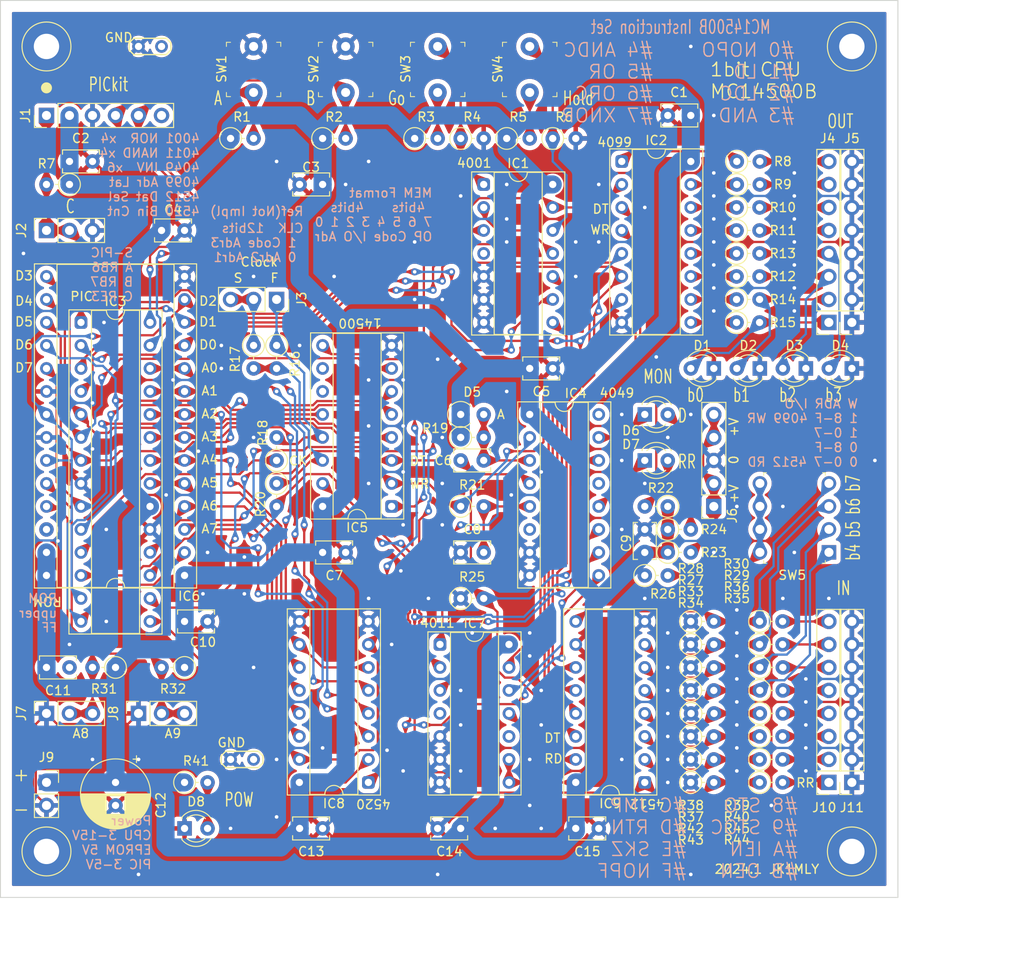
<source format=kicad_pcb>
(kicad_pcb (version 20221018) (generator pcbnew)
  (layers (0 "F.Cu" signal) (31 "B.Cu" signal) (34 "B.Paste" user) (35 "F.Paste" user) (36 "B.SilkS" user "B.Silkscreen") (37 "F.SilkS" user "F.Silkscreen") (38 "B.Mask" user) (39 "F.Mask" user) (44 "Edge.Cuts" user))
  (net 0 "")
  (net 1 "+3.3V")
  (net 2 "GND")
  (net 3 "Net-(D5-A)")
  (net 5 "/JMP")
  (net 6 "Net-(D6-A)")
  (net 7 "/RST")
  (net 8 "/WRITE")
  (net 9 "/DATA")
  (net 10 "/ROM_D4")
  (net 11 "/ROM_D5")
  (net 12 "/ROM_D6")
  (net 13 "/ROM_D7")
  (net 14 "/CLK")
  (net 15 "/ROM_D0")
  (net 16 "/ROM_D1")
  (net 17 "/ROM_D2")
  (net 18 "/ROM_D3")
  (net 19 "/nWR_PLS")
  (net 20 "/ROM_A6")
  (net 21 "/ROM_A5")
  (net 22 "/ROM_A4")
  (net 23 "/ROM_A3")
  (net 24 "/ROM_A2")
  (net 25 "/ROM_A1")
  (net 26 "/ROM_A0")
  (net 27 "/nCS_O0")
  (net 28 "/ROM_A7")
  (net 29 "Net-(C6-Pad1)")
  (net 30 "Net-(IC3-RE3{slash}MCLR)")
  (net 31 "Net-(IC3-RC0)")
  (net 32 "Net-(IC3-RB6{slash}ICSPCLK)")
  (net 33 "Net-(IC3-RB7{slash}ICSPDAT)")
  (net 35 "Net-(IC6-A8)")
  (net 36 "Net-(IC6-A9)")
  (net 38 "Net-(IC9-I3)")
  (net 39 "Net-(IC9-I2)")
  (net 40 "Net-(IC9-I1)")
  (net 41 "Net-(J3-Pin_2)")
  (net 42 "Net-(J4-Pin_8)")
  (net 43 "Net-(J4-Pin_7)")
  (net 44 "Net-(J4-Pin_6)")
  (net 45 "Net-(J4-Pin_5)")
  (net 46 "Net-(R3-Pad2)")
  (net 49 "Net-(IC1-Pad11)")
  (net 51 "Net-(IC1-Pad10)")
  (net 52 "Net-(IC2-Q7)")
  (net 53 "Net-(IC2-Q0)")
  (net 54 "Net-(IC2-Q1)")
  (net 55 "Net-(IC2-Q2)")
  (net 56 "Net-(IC2-Q3)")
  (net 57 "Net-(IC4-Pad10)")
  (net 59 "/FLGF")
  (net 61 "/RR")
  (net 62 "Net-(R5-Pad2)")
  (net 63 "Net-(IC2-Q4)")
  (net 64 "Net-(IC2-Q5)")
  (net 65 "Net-(IC2-Q6)")
  (net 66 "/L_b0")
  (net 67 "/L_b1")
  (net 68 "/L_b3")
  (net 69 "/L_b2")
  (net 70 "/S_b4")
  (net 71 "/S_b5")
  (net 72 "/S_b6")
  (net 73 "/S_b7")
  (net 74 "Net-(IC5-X1)")
  (net 75 "Net-(C8-Pad1)")
  (net 76 "Net-(J6-Pin_1)")
  (net 77 "Net-(J10-Pin_1)")
  (net 78 "Net-(J10-Pin_2)")
  (net 79 "Net-(J10-Pin_3)")
  (net 80 "Net-(J10-Pin_4)")
  (net 81 "Net-(J10-Pin_5)")
  (net 82 "Net-(J10-Pin_6)")
  (net 83 "Net-(J10-Pin_7)")
  (net 84 "Net-(J10-Pin_8)")
  (net 85 "/GO")
  (net 86 "/HALT")
  (net 87 "/nCS_I0")
  (net 88 "Net-(D7-K)")
  (net 89 "Net-(D7-A)")
  (net 90 "Net-(D8-A)")
  (net 91 "Net-(D6-K)")
  (net 92 "Net-(R26-Pad2)")
  (net 93 "/X2")
  (footprint "usr-Library:C_Disc_P2.54mm" (layer "F.Cu") (at 167.64 50.8)
    (fp_text reference "C1")
    (fp_text value "0.1u")
  )
  (footprint "usr-Library:R_Axial_DIN0207_L6.3mm_D2.2mm_P2.54mm_Vertical" (layer "F.Cu") (at 167.64 93.98 180)
    (fp_text reference "R22")
    (fp_text value "470")
  )
  (footprint "TestPoint:TestPoint_2Pads_Pitch2.54mm_Drill0.8mm" (layer "F.Cu") (at 119.38 121.92)
    (fp_text reference "TP6" hide)
    (fp_text value "GND")
  )
  (footprint "usr-Library:Switch_2P" (layer "F.Cu") (at 142.24 45.72 90)
    (fp_text reference "SW3")
    (fp_text value "SW_Push")
  )
  (footprint "usr-Library:DIP-28_W7.62mm_Socket_mini" (layer "F.Cu") (at 102.87 73.66)
    (fp_text reference "IC3")
    (fp_text value "PIC16F1938")
  )
  (footprint "usr-Library:DIP-16_W7.62mm_Socket_mini" (layer "F.Cu") (at 137.16 93.98 180)
    (fp_text reference "IC5")
    (fp_text value "MC14500B")
  )
  (footprint "usr-Library:R_Axial_DIN0207_L6.3mm_D2.2mm_P2.54mm_Vertical" (layer "F.Cu") (at 177.771 124.46)
    (fp_text reference "R44")
    (fp_text value "100")
  )
  (footprint "usr-Library:C_Disc_P2.54mm" (layer "F.Cu") (at 144.78 88.9)
    (fp_text reference "C6")
    (fp_text value "1000p")
  )
  (footprint "usr-Library:CP_Radial_D7.5mm_P2.54mm" (layer "F.Cu") (at 106.68 125.73 -90)
    (fp_text reference "C12")
    (fp_text value "10u")
  )
  (footprint "usr-Library:D_A-405_P2.54mm_Vertical_AnodeUp" (layer "F.Cu") (at 144.78 83.82)
    (fp_text reference "D5")
    (fp_text value "D")
  )
  (footprint "usr-Library:Switch_2P" (layer "F.Cu") (at 132.08 45.72 90)
    (fp_text reference "SW2")
    (fp_text value "SW_Push")
  )
  (footprint "usr-Library:R_Axial_DIN0207_L6.3mm_D2.2mm_P2.54mm_Vertical" (layer "F.Cu") (at 114.3 124.46)
    (fp_text reference "R41")
    (fp_text value "470")
  )
  (footprint "usr-Library:R_Axial_DIN0207_L6.3mm_D2.2mm_P2.54mm_Vertical" (layer "F.Cu") (at 170.18 119.38)
    (fp_text reference "R37")
    (fp_text value "100k")
  )
  (footprint "usr-Library:R_Axial_DIN0207_L6.3mm_D2.2mm_P2.54mm_Vertical" (layer "F.Cu") (at 144.78 86.36)
    (fp_text reference "R19")
    (fp_text value "10k")
  )
  (footprint "usr-Library:R_Axial_DIN0207_L6.3mm_D2.2mm_P2.54mm_Vertical" (layer "F.Cu") (at 175.231 68.58)
    (fp_text reference "R12")
    (fp_text value "100")
  )
  (footprint "TestPoint:TestPoint_Loop_D3.80mm_Drill2.8mm" (layer "F.Cu") (at 187.96 43.18)
    (fp_text reference "TP2" hide)
    (fp_text value "M2.6")
  )
  (footprint "usr-Library:LED_D3.0mm" (layer "F.Cu") (at 165.1 83.82)
    (fp_text reference "D6")
    (fp_text value "LED")
  )
  (footprint "usr-Library:C_Disc_P2.54mm" (layer "F.Cu") (at 132.08 99.06 180)
    (fp_text reference "C7")
    (fp_text value "0.1u")
  )
  (footprint "usr-Library:R_Axial_DIN0207_L6.3mm_D2.2mm_P2.54mm_Vertical" (layer "F.Cu") (at 124.46 88.9 90)
    (fp_text reference "R18")
    (fp_text value "1k")
  )
  (footprint "usr-Library:R_Axial_DIN0207_L6.3mm_D2.2mm_P2.54mm_Vertical" (layer "F.Cu") (at 175.231 66.04)
    (fp_text reference "R13")
    (fp_text value "100")
  )
  (footprint "usr-Library:R_Axial_DIN0207_L6.3mm_D2.2mm_P2.54mm_Vertical" (layer "F.Cu") (at 170.18 121.92)
    (fp_text reference "R42")
    (fp_text value "100k")
  )
  (footprint "usr-Library:R_Axial_DIN0207_L6.3mm_D2.2mm_P2.54mm_Vertical" (layer "F.Cu") (at 175.231 71.12)
    (fp_text reference "R14")
    (fp_text value "100")
  )
  (footprint "usr-Library:LED_D3.0mm" (layer "F.Cu") (at 182.88 78.74 180)
    (fp_text reference "D3")
    (fp_text value "LED")
  )
  (footprint "Connector_PinSocket_2.54mm:PinSocket_1x03_P2.54mm_Vertical" (layer "F.Cu") (at 124.46 71.12 -90)
    (fp_text reference "J3")
    (fp_text value "Conn_01x03_Pin")
  )
  (footprint "Connector_PinSocket_2.54mm:PinSocket_1x03_P2.54mm_Vertical" (layer "F.Cu") (at 99.06 116.84 90)
    (fp_text reference "J7")
    (fp_text value "Conn_01x03_Pin")
  )
  (footprint "Connector_PinSocket_2.54mm:PinSocket_1x08_P2.54mm_Vertical" (layer "F.Cu") (at 185.42 73.66 180)
    (fp_text reference "J4")
    (fp_text value "Conn_08")
  )
  (footprint "usr-Library:R_Axial_DIN0207_L6.3mm_D2.2mm_P2.54mm_Vertical" (layer "F.Cu") (at 175.231 63.5)
    (fp_text reference "R11")
    (fp_text value "100")
  )
  (footprint "usr-Library:C_Disc_P2.54mm" (layer "F.Cu") (at 160.02 129.54 180)
    (fp_text reference "C15")
    (fp_text value "0.1u")
  )
  (footprint "usr-Library:DIP-14_W7.62mm_Socket_mini" (layer "F.Cu") (at 142.494 109.22)
    (fp_text reference "IC7")
    (fp_text value "4011")
  )
  (footprint "usr-Library:R_Axial_DIN0207_L6.3mm_D2.2mm_P2.54mm_Vertical" (layer "F.Cu") (at 170.18 106.68)
    (fp_text reference "R28")
    (fp_text value "100k")
  )
  (footprint "digikey-footprints:DIP-8_W7.62mm" (layer "F.Cu") (at 185.43 99.05 180)
    (fp_text reference "SW5")
    (fp_text value "SW_DIP_x04")
  )
  (footprint "usr-Library:R_Axial_DIN0207_L6.3mm_D2.2mm_P2.54mm_Vertical" (layer "F.Cu") (at 177.8 111.76)
    (fp_text reference "R36")
    (fp_text value "100")
  )
  (footprint "usr-Library:R_Axial_DIN0207_L6.3mm_D2.2mm_P2.54mm_Vertical" (layer "F.Cu") (at 175.26 55.88)
    (fp_text reference "R8")
    (fp_text value "100")
  )
  (footprint "usr-Library:C_Disc_P2.54mm" (layer "F.Cu") (at 101.6 55.88)
    (fp_text reference "C2")
    (fp_text value "0.1u")
  )
  (footprint "usr-Library:R_Axial_DIN0207_L6.3mm_D2.2mm_P2.54mm_Vertical" (layer "F.Cu") (at 170.209 116.84)
    (fp_text reference "R38")
    (fp_text value "100k")
  )
  (footprint "usr-Library:R_Axial_DIN0207_L6.3mm_D2.2mm_P2.54mm_Vertical" (layer "F.Cu") (at 177.771 109.22)
    (fp_text reference "R29")
    (fp_text value "100")
  )
  (footprint "usr-Library:DIP-14_W7.62mm_Socket_mini" (layer "F.Cu") (at 147.32 58.42)
    (fp_text reference "IC1")
    (fp_text value "4001")
  )
  (footprint "usr-Library:R_Axial_DIN0207_L6.3mm_D2.2mm_P2.54mm_Vertical" (layer "F.Cu") (at 175.26 58.42)
    (fp_text reference "R9")
    (fp_text value "100")
  )
  (footprint "usr-Library:DIP-16_W7.62mm_Socket_mini" (layer "F.Cu") (at 152.4 83.82)
    (fp_text reference "IC4")
    (fp_text value "4049")
  )
  (footprint "usr-Library:C_Disc_P2.54mm" (layer "F.Cu") (at 144.78 129.54 180)
    (fp_text reference "C14")
    (fp_text value "0.1u")
  )
  (footprint "usr-Library:C_Disc_P2.54mm" (layer "F.Cu") (at 165.1 99.06 90)
    (fp_text reference "C9")
    (fp_text value "0.1u")
  )
  (footprint "Connector_PinSocket_2.54mm:PinSocket_1x08_P2.54mm_Vertical" (layer "F.Cu") (at 185.42 124.46 180)
    (fp_text reference "J10")
    (fp_text value "Conn_08")
  )
  (footprint "Connector_PinHeader_2.54mm:PinHeader_1x06_P2.54mm_Vertical" (layer "F.Cu") (at 99.06 50.8 90)
    (fp_text reference "J1")
    (fp_text value "Conn_06")
  )
  (footprint "usr-Library:LED_D3.0mm" (layer "F.Cu") (at 187.96 78.74 180)
    (fp_text reference "D4")
    (fp_text value "LED")
  )
  (footprint "usr-Library:R_Axial_DIN0207_L6.3mm_D2.2mm_P2.54mm_Vertical" (layer "F.Cu") (at 144.78 104.14)
    (fp_text reference "R25")
    (fp_text value "100k")
  )
  (footprint "usr-Library:R_Axial_DIN0207_L6.3mm_D2.2mm_P2.54mm_Vertical" (layer "F.Cu") (at 165.1 101.6)
    (fp_text reference "R26")
    (fp_text value "100")
  )
  (footprint "usr-Library:C_Disc_P2.54mm" (layer "F.Cu") (at 114.3 63.5 180)
    (fp_text reference "C4")
    (fp_text value "0.1u")
  )
  (footprint "usr-Library:C_Disc_P2.54mm" (layer "F.Cu") (at 154.94 78.74 180)
    (fp_text reference "C5")
    (fp_text value "0.1u")
  )
  (footprint "usr-Library:R_Axial_DIN0207_L6.3mm_D2.2mm_P2.54mm_Vertical" (layer "F.Cu") (at 149.86 53.34)
    (fp_text reference "R5")
    (fp_text value "100")
  )
  (footprint "usr-Library:R_Axial_DIN0207_L6.3mm_D2.2mm_P2.54mm_Vertical" (layer "F.Cu") (at 170.18 111.76)
    (fp_text reference "R33")
    (fp_text value "100k")
  )
  (footprint "Connector_PinSocket_2.54mm:PinSocket_1x08_P2.54mm_Vertical" (layer "F.Cu") (at 187.96 73.66 180)
    (fp_text reference "J5")
    (fp_text value "Conn_08")
  )
  (footprint "TestPoint:TestPoint_2Pads_Pitch2.54mm_Drill0.8mm" (layer "F.Cu") (at 109.22 43.18)
    (fp_text reference "TP5" hide)
    (fp_text value "GND")
  )
  (footprint "usr-Library:R_Axial_DIN0207_L6.3mm_D2.2mm_P2.54mm_Vertical" (layer "F.Cu") (at 177.8 114.3)
    (fp_text reference "R35")
    (fp_text value "100")
  )
  (footprint "usr-Library:C_Disc_P2.54mm" (layer "F.Cu") (at 114.3 106.68)
    (fp_text reference "C10")
    (fp_text value "0.1u")
  )
  (footprint "usr-Library:C_Disc_P2.54mm" (layer "F.Cu") (at 129.54 58.42 180)
    (fp_text reference "C3")
    (fp_text value "0.1u")
  )
  (footprint "usr-Library:Switch_2P" (layer "F.Cu") (at 152.4 45.72 90)
    (fp_text reference "SW4")
    (fp_text value "SW_Push")
  )
  (footprint "usr-Library:R_Axial_DIN0207_L6.3mm_D2.2mm_P2.54mm_Vertical" (layer "F.Cu") (at 154.94 53.34)
    (fp_text reference "R6")
    (fp_text value "10k")
  )
  (footprint "usr-Library:DIP-16_W7.62mm_Socket_mini" (layer "F.Cu") (at 162.56 55.88)
    (fp_text reference "IC2")
    (fp_text value "4099")
  )
  (footprint "usr-Library:R_Axial_DIN0207_L6.3mm_D2.2mm_P2.54mm_Vertical" (layer "F.Cu") (at 177.771 119.38)
    (fp_text reference "R40")
    (fp_text value "100")
  )
  (footprint "usr-Library:DIP-28_W15.24mm_Socket_mini" (layer "F.Cu") (at 114.3 101.6 180)
    (fp_text reference "IC6")
    (fp_text value "2764")
  )
  (footprint "usr-Library:R_Axial_DIN0207_L6.3mm_D2.2mm_P2.54mm_Vertical" (layer "F.Cu") (at 119.38 53.34)
    (fp_text reference "R1")
    (fp_text value "10k")
  )
  (footprint "usr-Library:R_Axial_DIN0207_L6.3mm_D2.2mm_P2.54mm_Vertical" (layer "F.Cu") (at 129.54 53.34)
    (fp_text reference "R2")
    (fp_text value "10k")
  )
  (footprint "TestPoint:TestPoint_Loop_D3.80mm_Drill2.8mm" (layer "F.Cu") (at 99.06 132.08)
    (fp_text reference "TP3" hide)
    (fp_text value "M2.6")
  )
  (footprint "Connector_PinSocket_2.54mm:PinSocket_1x03_P2.54mm_Vertical" (layer "F.Cu") (at 99.06 63.5 90)
    (fp_text reference "J2")
    (fp_text value "Conn_01x03_Pin")
  )
  (footprint "Connector_PinSocket_2.54mm:PinSocket_1x08_P2.54mm_Vertical" (layer "F.Cu") (at 187.96 124.46 180)
    (fp_text reference "J11")
    (fp_text value "Conn_08")
  )
  (footprint "usr-Library:R_Axial_DIN0207_L6.3mm_D2.2mm_P2.54mm_Vertical" (layer "F.Cu") (at 144.78 53.34)
    (fp_text reference "R4")
    (fp_text value "10k")
  )
  (footprint "usr-Library:R_Axial_DIN0207_L6.3mm_D2.2mm_P2.54mm_Vertical" (layer "F.Cu") (at 177.771 121.92)
    (fp_text reference "R45")
    (fp_text value "100" hide)
  )
  (footprint "Connector_PinSocket_2.54mm:PinSocket_1x03_P2.54mm_Vertical" (layer "F.Cu") (at 109.22 116.84 90)
    (fp_text reference "J8")
    (fp_text value "Conn_01x03_Pin")
  )
  (footprint "usr-Library:R_Axial_DIN0207_L6.3mm_D2.2mm_P2.54mm_Vertical" (layer "F.Cu") (at 177.771 106.68)
    (fp_text reference "R30")
    (fp_text value "100")
  )
  (footprint "usr-Library:R_Axial_DIN0207_L6.3mm_D2.2mm_P2.54mm_Vertical" (layer "F.Cu") (at 106.68 111.76 180)
    (fp_text reference "R31")
    (fp_text value "10k")
  )
  (footprint "usr-Library:LED_D3.0mm" (layer "F.Cu") (at 165.1 88.9)
    (fp_text reference "D7")
    (fp_text value "LED")
  )
  (footprint "usr-Library:R_Axial_DIN0207_L6.3mm_D2.2mm_P2.54mm_Vertical" (layer "F.Cu") (at 177.8 116.84)
    (fp_text reference "R39")
    (fp_text value "100")
  )
  (footprint "usr-Library:R_Axial_DIN0207_L6.3mm_D2.2mm_P2.54mm_Vertical" (layer "F.Cu") (at 170.18 124.46)
    (fp_text reference "R43")
    (fp_text value "100k")
  )
  (footprint "usr-Library:R_Axial_DIN0207_L6.3mm_D2.2mm_P2.54mm_Vertical" (layer "F.Cu") (at 139.7 53.34)
    (fp_text reference "R3")
    (fp_text value "100")
  )
  (footprint "usr-Library:C_Disc_P2.54mm" (layer "F.Cu") (at 101.6 111.76 180)
    (fp_text reference "C11")
    (fp_text value "0.1u")
  )
  (footprint "usr-Library:Switch_2P" (layer "F.Cu") (at 121.92 45.72 90)
    (fp_text reference "SW1")
    (fp_text value "SW_Push")
  )
  (footprint "TestPoint:TestPoint_Loop_D3.80mm_Drill2.8mm" (layer "F.Cu") (at 187.96 132.08)
    (fp_text reference "TP4" hide)
    (fp_text value "M2.6")
  )
  (footprint "TestPoint:TestPoint_Loop_D3.80mm_Drill2.8mm" (layer "F.Cu") (at 99.06 43.18)
    (fp_text reference "TP1" hide)
    (fp_text value "M2.6")
  )
  (footprint "usr-Library:R_Axial_DIN0207_L6.3mm_D2.2mm_P2.54mm_Vertical" (layer "F.Cu") (at 167.64 99.06)
    (fp_text reference "R23")
    (fp_text value "100")
  )
  (footprint "Connector_PinSocket_2.54mm:PinSocket_1x02_P2.54mm_Vertical" (layer "F.Cu") (at 99.06 124.46)
    (fp_text reference "J9")
    (fp_text value "Conn_02")
  )
  (footprint "usr-Library:R_Axial_DIN0207_L6.3mm_D2.2mm_P2.54mm_Vertical" (layer "F.Cu") (at 175.231 60.96)
    (fp_text reference "R10")
    (fp_text value "100")
  )
  (footprint "usr-Library:LED_D3.0mm" (layer "F.Cu") (at 114.3 129.54)
    (fp_text reference "D8")
    (fp_text value "LED")
  )
  (footprint "usr-Library:R_Axial_DIN0207_L6.3mm_D2.2mm_P2.54mm_Vertical" (layer "F.Cu") (at 170.18 114.3)
    (fp_text reference "R34")
    (fp_text value "100k")
  )
  (footprint "usr-Library:R_Axial_DIN0207_L6.3mm_D2.2mm_P2.54mm_Vertical" (layer "F.Cu") (at 124.46 91.44 -90)
    (fp_text reference "R20")
    (fp_text value "22")
  )
  (footprint "usr-Library:C_Disc_P2.54mm" (layer "F.Cu") (at 129.54 129.54 180)
    (fp_text reference "C13")
    (fp_text value "0.1u")
  )
  (footprint "usr-Library:LED_D3.0mm" (layer "F.Cu") (at 172.72 78.74 180)
    (fp_text reference "D1")
    (fp_text value "LED")
  )
  (footprint "usr-Library:DIP-16_W7.62mm_Socket_mini" (layer "F.Cu") (at 165.1 124.46 180)
    (fp_text reference "IC9")
    (fp_text value "4512")
  )
  (footprint "usr-Library:R_Axial_DIN0207_L6.3mm_D2.2mm_P2.54mm_Vertical" (layer "F.Cu") (at 167.64 96.52)
    (fp_text reference "R24")
    (fp_text value "470")
  )
  (footprint "usr-Library:R_Axial_DIN0207_L6.3mm_D2.2mm_P2.54mm_Vertical" (layer "F.Cu") (at 170.18 109.22)
    (fp_text reference "R27")
    (fp_text value "100k")
  )
  (footprint "usr-Library:C_Disc_P2.54mm" (layer "F.Cu") (at 147.32 99.06 180)
    (fp_text reference "C8")
    (fp_text value "1000p")
  )
  (footprint "usr-Library:DIP-16_W7.62mm_Socket_mini" (layer "F.Cu") (at 134.59395 124.46 180)
    (fp_text reference "IC8")
    (fp_text value "4520")
  )
  (footprint "Connector_PinSocket_2.54mm:PinSocket_1x05_P2.54mm_Vertical" (layer "F.Cu") (at 172.72 93.98 180)
    (fp_text reference "J6")
    (fp_text value "Conn_01x05_Pin")
  )
  (footprint "usr-Library:R_Axial_DIN0207_L6.3mm_D2.2mm_P2.54mm_Vertical" (layer "F.Cu") (at 124.46 76.2 -90)
    (fp_text reference "R16")
    (fp_text value "1M")
  )
  (footprint "usr-Library:R_Axial_DIN0207_L6.3mm_D2.2mm_P2.54mm_Vertical" (layer "F.Cu") (at 175.231 73.66)
    (fp_text reference "R15")
    (fp_text value "100")
  )
  (footprint "usr-Library:R_Axial_DIN0207_L6.3mm_D2.2mm_P2.54mm_Vertical" (layer "F.Cu") (at 121.92 76.2 -90)
    (fp_text reference "R17")
    (fp_text value "47k")
  )
  (footprint "usr-Library:LED_D3.0mm" (layer "F.Cu") (at 177.8 78.74 180)
    (fp_text reference "D2")
    (fp_text value "LED")
  )
  (footprint "usr-Library:R_Axial_DIN0207_L6.3mm_D2.2mm_P2.54mm_Vertical" (layer "F.Cu") (at 144.78 93.98)
    (fp_text reference "R21")
    (fp_text value "220")
  )
  (footprint "usr-Library:R_Axial_DIN0207_L6.3mm_D2.2mm_P2.54mm_Vertical" (layer "F.Cu") (at 101.6 58.42 180)
    (fp_text reference "R7")
    (fp_text value "10k")
  )
  (footprint "usr-Library:R_Axial_DIN0207_L6.3mm_D2.2mm_P2.54mm_Vertical" (layer "F.Cu") (at 114.3 111.76 180)
    (fp_text reference "R32")
    (fp_text value "10k")
  )
  (gr_circle (center 99.06 47.752) (end 99.568 47.752) (stroke (width 0.2)) (fill solid) (layer "F.SilkS"))
  (gr_line (start 193.04 38.1) (end 93.98 38.1) (stroke (width 0.1)) (layer "Edge.Cuts"))
  (gr_line (start 193.04 137.16) (end 193.04 38.1) (stroke (width 0.1)) (layer "Edge.Cuts"))
  (gr_line (start 93.98 137.16) (end 193.04 137.16) (stroke (width 0.1)) (layer "Edge.Cuts"))
  (gr_line (start 93.98 137.16) (end 93.98 38.1) (stroke (width 0.1)) (layer "Edge.Cuts"))
  (gr_text "MC14500B Instruction Set" (at 179.07 41.91) (layer "B.SilkS") (effects (font (size 1.5 1)) (justify left bottom mirror)))
  (gr_text "#4 ANDC\n#5 OR\n#6 ORC\n#7 XNOR" (at 166.116 51.689) (layer "B.SilkS") (effects (font (size 1.5 1.5)) (justify left bottom mirror)))
  (gr_text "#0 NOPO\n#1 LD\n#2 LDC\n#3 AND" (at 181.737 51.689) (layer "B.SilkS") (effects (font (size 1.5 1.5)) (justify left bottom mirror)))
  (gr_text "ROM\nupper\nFF" (at 100.33 107.95) (layer "B.SilkS") (effects (font (size 1 1)) (justify left bottom mirror)))
  (gr_text "MEM Format\n 4bits    4bits\n7 6 5 4 3 2 1 0\nOP Code I/O Adr" (at 141.732 64.77) (layer "B.SilkS") (effects (font (size 1 1)) (justify left bottom mirror)))
  (gr_text "#8 STO\n#9 STOC\n#A IEN\n#B OEN" (at 182.118 135.128) (layer "B.SilkS") (effects (font (size 1.5 1.5)) (justify left bottom mirror)))
  (gr_text "W ADR I/O\n1 8-F 4099 WR\n1 0-7 \n0 8-F \n0 0-7 4512 RD" (at 188.722 89.662) (layer "B.SilkS") (effects (font (size 1 1)) (justify left bottom mirror)))
  (gr_text "S-PIC\nA RB6\nB RB7\nC RE3" (at 108.712 71.374) (layer "B.SilkS") (effects (font (size 1 1)) (justify left bottom mirror)))
  (gr_text "Ref(Not Impl)" (at 127.508 61.976) (layer "B.SilkS") (effects (font (size 1 1)) (justify left bottom mirror)))
  (gr_text "4001 NOR  x4\n4011 NAND x4\n4049 INV  x6\n4099 Adr Lat\n4512 Dat Sel\n4520 Bin Cnt" (at 116.078 61.976) (layer "B.SilkS") (effects (font (size 1 1)) (justify left bottom mirror)))
  (gr_text "Power\nCPU 3-15V\nEPROM 5V\nPIC 3-5V" (at 110.744 134.112) (layer "B.SilkS") (effects (font (size 1 1)) (justify left bottom mirror)))
  (gr_text "#C JMP\n#D RTN\n#E SKZ\n#F NOPF" (at 169.799 135.128) (layer "B.SilkS") (effects (font (size 1.5 1.5)) (justify left bottom mirror)))
  (gr_text "CLK  12bits\n 1 Code Adr3 \n 0 Adr2 Adr1" (at 127.508 67.056) (layer "B.SilkS") (effects (font (size 1 1)) (justify left bottom mirror)))
  (gr_text "D3" (at 95.504 69.088) (layer "F.SilkS") (effects (font (size 1 1)) (justify left bottom)))
  (gr_text "A7" (at 116.078 97.028) (layer "F.SilkS") (effects (font (size 1 1)) (justify left bottom)))
  (gr_text "14500" (at 136.144 73.152 180) (layer "F.SilkS") (effects (font (size 1 1)) (justify left bottom)))
  (gr_text "b3" (at 184.912 82.55) (layer "F.SilkS") (effects (font (size 1.5 1)) (justify left bottom)))
  (gr_text "b0" (at 169.672 82.55) (layer "F.SilkS") (effects (font (size 1.5 1)) (justify left bottom)))
  (gr_text "DT" (at 159.258 61.722) (layer "F.SilkS") (effects (font (size 1 1)) (justify left bottom)))
  (gr_text "WR" (at 139.065 92.075) (layer "F.SilkS") (effects (font (size 1 1)) (justify left bottom)))
  (gr_text "S" (at 119.634 69.342) (layer "F.SilkS") (effects (font (size 1 1)) (justify left bottom)))
  (gr_text "4512" (at 167.386 126.238 180) (layer "F.SilkS") (effects (font (size 1 1)) (justify left bottom)))
  (gr_text "D1" (at 115.824 74.168) (layer "F.SilkS") (effects (font (size 1 1)) (justify left bottom)))
  (gr_text "MON" (at 164.846 80.518) (layer "F.SilkS") (effects (font (size 1.5 1)) (justify left bottom)))
  (gr_text "A8" (at 101.854 119.634) (layer "F.SilkS") (effects (font (size 1 1)) (justify left bottom)))
  (gr_text "b2" (at 179.832 82.55) (layer "F.SilkS") (effects (font (size 1.5 1)) (justify left bottom)))
  (gr_text "b1" (at 174.752 82.55) (layer "F.SilkS") (effects (font (size 1.5 1)) (justify left bottom)))
  (gr_text "+V" (at 175.514 93.726 90) (layer "F.SilkS") (effects (font (size 1 1)) (justify left bottom)))
  (gr_text "b6" (at 188.976 94.996 90) (layer "F.SilkS") (effects (font (size 1.5 1)) (justify left bottom)))
  (gr_text "Go" (at 136.652 49.784) (layer "F.SilkS") (effects (font (size 1.5 1)) (justify left bottom)))
  (gr_text "DT" (at 139.065 89.535) (layer "F.SilkS") (effects (font (size 1 1)) (justify left bottom)))
  (gr_text "0" (at 175.514 89.408 90) (layer "F.SilkS") (effects (font (size 1 1)) (justify left bottom)))
  (gr_text "2024.1 JK1MLY" (at 172.72 134.62) (layer "F.SilkS") (effects (font (size 1 1)) (justify left bottom)))
  (gr_text "b7" (at 188.976 92.456 90) (layer "F.SilkS") (effects (font (size 1.5 1)) (justify left bottom)))
  (gr_text "RR" (at 181.737 125.095) (layer "F.SilkS") (effects (font (size 1 1)) (justify left bottom)))
  (gr_text "4049" (at 160.02 82.042) (layer "F.SilkS") (effects (font (size 1 1)) (justify left bottom)))
  (gr_text "IN" (at 186.182 103.886) (layer "F.SilkS") (effects (font (size 1.5 1)) (justify left bottom)))
  (gr_text "D" (at 168.656 84.836) (layer "F.SilkS") (effects (font (size 1.5 1)) (justify left bottom)))
  (gr_text "C" (at 101.092 61.722) (layer "F.SilkS") (effects (font (size 1.5 1)) (justify left bottom)))
  (gr_text "4099" (at 159.766 54.356) (layer "F.SilkS") (effects (font (size 1 1)) (justify left bottom)))
  (gr_text "PICkit" (at 103.632 48.26) (layer "F.SilkS") (effects (font (size 1.5 1)) (justify left bottom)))
  (gr_text "RR" (at 168.656 89.916) (layer "F.SilkS") (effects (font (size 1.5 1)) (justify left bottom)))
  (gr_text "A0" (at 116.078 79.248) (layer "F.SilkS") (effects (font (size 1 1)) (justify left bottom)))
  (gr_text "CK" (at 125.73 89.535) (layer "F.SilkS") (effects (font (size 1 1)) (justify left bottom)))
  (gr_text "4011" (at 140.208 107.442) (layer "F.SilkS") (effects (font (size 1 1)) (justify left bottom)))
  (gr_text "D4" (at 95.504 71.882) (layer "F.SilkS") (effects (font (size 1 1)) (justify left bottom)))
  (gr_text "OUT" (at 185.166 52.324) (layer "F.SilkS") (effects (font (size 1.5 1)) (justify left bottom)))
  (gr_text "WR" (at 159.004 64.008) (layer "F.SilkS") (effects (font (size 1 1)) (justify left bottom)))
  (gr_text "A5" (at 116.078 91.948) (layer "F.SilkS") (effects (font (size 1 1)) (justify left bottom)))
  (gr_text "b5" (at 188.976 97.536 90) (layer "F.SilkS") (effects (font (size 1.5 1)) (justify left bottom)))
  (gr_text "GND" (at 105.41 42.78) (layer "F.SilkS") (effects (font (size 1 1)) (justify left bottom)))
  (gr_text "D7" (at 95.504 79.248) (layer "F.SilkS") (effects (font (size 1 1)) (justify left bottom)))
  (gr_text "ROM" (at 100.838 103.886 180) (layer "F.SilkS") (effects (font (size 1 1)) (justify left bottom)))
  (gr_text "D6" (at 95.504 76.708) (layer "F.SilkS") (effects (font (size 1 1)) (justify left bottom)))
  (gr_text "GND" (at 117.856 120.65) (layer "F.SilkS") (effects (font (size 1 1)) (justify left bottom)))
  (gr_text "4520" (at 137.16 126.238 180) (layer "F.SilkS") (effects (font (size 1 1)) (justify left bottom)))
  (gr_text "-" (at 95.25 128.27) (layer "F.SilkS") (effects (font (size 1.5 1.5)) (justify left bottom)))
  (gr_text "A9" (at 112.014 119.634) (layer "F.SilkS") (effects (font (size 1 1)) (justify left bottom)))
  (gr_text "D2" (at 115.824 71.882) (layer "F.SilkS") (effects (font (size 1 1)) (justify left bottom)))
  (gr_text "A2" (at 116.078 84.328) (layer "F.SilkS") (effects (font (size 1 1)) (justify left bottom)))
  (gr_text "PIC" (at 101.6 71.374) (layer "F.SilkS") (effects (font (size 1 1)) (justify left bottom)))
  (gr_text "D5" (at 95.504 74.168) (layer "F.SilkS") (effects (font (size 1 1)) (justify left bottom)))
  (gr_text "B" (at 127.635 49.784) (layer "F.SilkS") (effects (font (size 1.5 1)) (justify left bottom)))
  (gr_text "POW" (at 118.618 127.254) (layer "F.SilkS") (effects (font (size 1.5 1)) (justify left bottom)))
  (gr_text "A1" (at 116.078 81.788) (layer "F.SilkS") (effects (font (size 1 1)) (justify left bottom)))
  (gr_text "+V" (at 175.514 86.36 90) (layer "F.SilkS") (effects (font (size 1 1)) (justify left bottom)))
  (gr_text "D0" (at 115.824 76.708) (layer "F.SilkS") (effects (font (size 1 1)) (justify left bottom)))
  (gr_text "Clock" (at 120.396 67.564) (layer "F.SilkS") (effects (font (size 1 1)) (justify left bottom)))
  (gr_text "RD" (at 153.924 122.428) (layer "F.SilkS") (effects (font (size 1 1)) (justify left bottom)))
  (gr_text "A" (at 117.475 49.784) (layer "F.SilkS") (effects (font (size 1.5 1)) (justify left bottom)))
  (gr_text "A6" (at 116.078 94.488) (layer "F.SilkS") (effects (font (size 1 1)) (justify left bottom)))
  (gr_text "b4" (at 188.976 100.076 90) (layer "F.SilkS") (effects (font (size 1.5 1)) (justify left bottom)))
  (gr_text "A4" (at 116.078 89.408) (layer "F.SilkS") (effects (font (size 1 1)) (justify left bottom)))
  (gr_text "1bit CPU\nMC14500B" (at 172.212 49.022) (layer "F.SilkS") (effects (font (size 1.5 1.5)) (justify left bottom)))
  (gr_text "+" (at 95.25 124.46) (layer "F.SilkS") (effects (font (size 1.5 1.5)) (justify left bottom)))
  (gr_text "4001" (at 144.272 56.642) (layer "F.SilkS") (effects (font (size 1 1)) (justify left bottom)))
  (gr_text "F" (at 123.698 69.342) (layer "F.SilkS") (effects (font (size 1 1)) (justify left bottom)))
  (gr_text "DT" (at 153.924 120.142) (layer "F.SilkS") (effects (font (size 1 1)) (justify left bottom)))
  (gr_text "A3" (at 116.078 86.868) (layer "F.SilkS") (effects (font (size 1 1)) (justify left bottom)))
  (gr_text "Hold" (at 155.956 49.784) (layer "F.SilkS") (effects (font (size 1.5 1)) (justify left bottom)))
  (segment (start 132.08 124.46) (end 134.62 121.92) (width 0.25) (layer "F.Cu") (net 1))
  (segment (start 167.64 99.06) (end 167.64 96.52) (width 1) (layer "F.Cu") (net 1))
  (segment (start 150.114 124.46) (end 157.48 124.46) (width 0.25) (layer "F.Cu") (net 1))
  (segment (start 127 124.46) (end 132.08 124.46) (width 0.25) (layer "F.Cu") (net 1))
  (segment (start 150.114 121.92) (end 150.114 124.46) (width 0.25) (layer "F.Cu") (net 1))
  (segment (start 165.1 99.06) (end 167.64 99.06) (width 1) (layer "F.Cu") (net 1))
  (segment (start 167.64 96.52) (end 167.64 93.98) (width 1) (layer "F.Cu") (net 1))
  (segment (start 120.78863 50.8) (end 127 50.8) (width 2) (layer "B.Cu") (net 1))
  (segment (start 154.94 58.42) (end 153.80863 58.42) (width 2) (layer "B.Cu") (net 1))
  (segment (start 101.6 58.42) (end 111.76 58.42) (width 2) (layer "B.Cu") (net 1))
  (segment (start 152.4 83.82) (end 152.688428 83.82) (width 2) (layer "B.Cu") (net 1))
  (segment (start 158.12 102.387006) (end 159.872994 104.14) (width 2) (layer "B.Cu") (net 1))
  (segment (start 148.082 126.238) (end 144.78 129.54) (width 2) (layer "B.Cu") (net 1))
  (segment (start 99.06 124.46) (end 106.68 124.46) (width 2) (layer "B.Cu") (net 1))
  (segment (start 151.571572 51.34) (end 156.36873 51.34) (width 2) (layer "B.Cu") (net 1))
  (segment (start 132.08 73.948428) (end 127 68.868428) (width 2) (layer "B.Cu") (net 1))
  (segment (start 129.54 53.34) (end 129.54 52.20863) (width 2) (layer "B.Cu") (net 1))
  (segment (start 99.06 112.89137) (end 100.21463 114.046) (width 2) (layer "B.Cu") (net 1))
  (segment (start 152.4 78.74) (end 152.4 59.82863) (width 2) (layer "B.Cu") (net 1))
  (segment (start 127 129.54) (end 127 124.46) (width 2) (layer "B.Cu") (net 1))
  (segment (start 158.02 91.44) (end 158.02 102.14) (width 2) (layer "B.Cu") (net 1))
  (segment (start 127.86863 131.54) (end 143.068428 131.54) (width 2) (layer "B.Cu") (net 1))
  (segment (start 130.556 124.46) (end 127 124.46) (width 2) (layer "B.Cu") (net 1))
  (segment (start 114.3 111.76) (end 114.3 101.6) (width 2) (layer "B.Cu") (net 1))
  (segment (start 141.10863 50.8) (end 148.45137 50.8) (width 2) (layer "B.Cu") (net 1))
  (segment (start 149.86 52.20863) (end 149.86 53.34) (width 2) (layer "B.Cu") (net 1))
  (segment (start 111.76 63.5) (end 108.49 66.77) (width 2) (layer "B.Cu") (net 1))
  (segment (start 108.431421 97.572691) (end 108.431421 95.750151) (width 2) (layer "B.Cu") (net 1))
  (segment (start 108.458 109.982) (end 108.458 97.59927) (width 2) (layer "B.Cu") (net 1))
  (segment (start 111.76 58.42) (end 111.76 63.5) (width 2) (layer "B.Cu") (net 1))
  (segment (start 100.21463 114.046) (end 106.426 114.046) (width 2) (layer "B.Cu") (net 1))
  (segment (start 129.54 52.20863) (end 130.94863 50.8) (width 2) (layer "B.Cu") (net 1))
  (segment (start 129.54 53.34) (end 129.54 58.42) (width 2) (layer "B.Cu") (net 1))
  (segment (start 114.3 124.46) (end 106.68 124.46) (width 2) (layer "B.Cu") (net 1))
  (segment (start 127 68.868428) (end 127 62.09137) (width 2) (layer "B.Cu") (net 1))
  (segment (start 149.86 54.47137) (end 153.80863 58.42) (width 2) (layer "B.Cu") (net 1))
  (segment (start 106.426 114.046) (end 106.68 114.3) (width 2) (layer "B.Cu") (net 1))
  (segment (start 129.54 99.06) (end 125.73 99.06) (width 2) (layer "B.Cu") (net 1))
  (segment (start 106.68 114.3) (end 106.68 124.46) (width 2) (layer "B.Cu") (net 1))
  (segment (start 106.68 116.332) (end 106.68 111.76) (width 2) (layer "B.Cu") (net 1))
  (segment (start 125.73 99.06) (end 123.19 101.6) (width 2) (layer "B.Cu") (net 1))
  (segment (start 150.4 52.511572) (end 151.571572 51.34) (width 2) (layer "B.Cu") (net 1))
  (segment (start 160.02 104.14) (end 159.48 104.68) (width 2) (layer "B.Cu") (net 1))
  (segment (start 144.78 129.828428) (end 144.78 129.54) (width 2) (layer "B.Cu") (net 1))
  (segment (start 106.68 124.46) (end 110.49 124.46) (width 2) (layer "B.Cu") (net 1))
  (segment (start 144.78 83.82) (end 144.78 80.92) (width 2) (layer "B.Cu") (net 1))
  (segment (start 114.3 58.42) (end 101.6 58.42) (width 2) (layer "B.Cu") (net 1))
  (segment (start 106.68 124.46) (end 106.68 116.332) (width 2) (layer "B.Cu") (net 1))
  (segment (start 169.04863 55.88) (end 167.64 57.28863) (width 2) (layer "B.Cu") (net 1))
  (segment (start 119.38 53.34) (end 114.3 58.42) (width 2) (layer "B.Cu") (net 1))
  (segment (start 143.068428 131.54) (end 144.78 129.828428) (width 2) (layer "B.Cu") (net 1))
  (segment (start 129.54 59.55137) (end 129.54 58.42) (width 2) (layer "B.Cu") (net 1))
  (segment (start 112.2 131.25) (end 112.59 131.64) (width 2) (layer "B.Cu") (net 1))
  (segment (start 108.458 97.59927) (end 108.431421 97.572691) (width 2) (layer "B.Cu") (net 1))
  (segment (start 129.54 99.06) (end 129.54 101.092) (width 2) (layer "B.Cu") (net 1))
  (segment (start 108.49 92.268428) (end 110.201572 93.98) (width 2) (layer "B.Cu") (net 1))
  (segment (start 149.86 53.34) (end 149.86 54.47137) (width 2) (layer "B.Cu") (net 1))
  (segment (start 132.876428 73.152) (end 132.08 73.948428) (width 2) (layer "B.Cu") (net 1))
  (segment (start 159.48 104.68) (end 159.48 123.476) (width 2) (layer "B.Cu") (net 1))
  (segment (start 158.496 124.46) (end 157.48 124.46) (width 2) (layer "B.Cu") (net 1))
  (segment (start 129.54 101.092) (end 132.08 103.632) (width 2) (layer "B.Cu") (net 1))
  (segment (start 119.38 53.34) (end 119.38 52.20863) (width 2) (layer "B.Cu") (net 1))
  (segment (start 141.372 73.152) (end 132.876428 73.152) (width 2) (layer "B.Cu") (net 1))
  (segment (start 167.64 57.28863) (end 167.64 73.371572) (width 2) (layer "B.Cu") (net 1))
  (segment (start 113.76 109.76) (end 108.68 109.76) (width 2) (layer "B.Cu") (net 1))
  (segment (start 158.12 102.24) (end 158.12 102.387006) (width 2) (layer "B.Cu") (net 1))
  (segment (start 119.38 52.20863) (end 120.78863 50.8) (width 2) (layer "B.Cu") (net 1))
  (segment (start 150.114 109.22) (end 148.98263 109.22) (width 2) (layer "B.Cu") (net 1))
  (segment (start 137.16 50.8) (end 139.7 53.34) (width 2) (layer "B.Cu") (net 1))
  (segment (start 127 50.8) (end 129.54 53.34) (width 2) (layer "B.Cu") (net 1))
  (segment (start 101.6 50.8) (end 101.6 58.42) (width 2) (layer "B.Cu") (net 1))
  (segment (start 99.06 99.06) (end 99.06 111.76) (width 2) (layer "B.Cu") (net 1))
  (segment (start 160.167006 104.14) (end 160.02 104.14) (width 2) (layer "B.Cu") (net 1))
  (segment (start 158.02 102.14) (end 158.12 102.24) (width 2) (layer "B.Cu") (net 1))
  (segment (start 112.59 131.64) (end 124.9 131.64) (width 2) (layer "B.Cu") (net 1))
  (segment (start 158.02 89.151572) (end 158.02 91.44) (width 2) (layer "B.Cu") (net 1))
  (segment (start 159.44873 48.26) (end 168.77137 48.26) (width 2) (layer "B.Cu") (net 1))
  (segment (start 114.3 101.6) (end 114.3 109.22) (width 2) (layer "B.Cu") (net 1))
  (segment (start 157.48 129.54) (end 157.48 124.46) (width 2) (layer "B.Cu") (net 1))
  (segment (start 148.98263 109.22) (end 148.082 110.12063) (width 2) (layer "B.Cu") (net 1))
  (segment (start 127 62.09137) (end 129.54 59.55137) (width 2) (layer "B.Cu") (net 1))
  (segment (start 132.08 122.936) (end 130.556 124.46) (width 2) (layer "B.Cu") (net 1))
  (segment (start 129.54 99.06) (end 129.54 93.98) (width 2) (layer "B.Cu") (net 1))
  (segment (start 130.67137 93.98) (end 132.08 92.57137) (width 2) (layer "B.Cu") (net 1))
  (segment (start 123.19 101.6) (end 114.3 101.6) (width 2) (layer "B.Cu") (net 1))
  (segment (start 108.68 109.76) (end 108.458 109.982) (width 2) (layer "B.Cu") (net 1))
  (segment (start 158.02 82.991572) (end 158.02 91.44) (width 2) (layer "B.Cu") (net 1))
  (segment (start 146.78 131.54) (end 155.768428 131.54) (width 2) (layer "B.Cu") (net 1))
  (segment (start 108.431421 95.750151) (end 110.201572 93.98) (width 2) (layer "B.Cu") (net 1))
  (segment (start 170.18 55.88) (end 169.04863 55.88) (width 2) (layer "B.Cu") (net 1))
  (segment (start 144.78 80.92) (end 146.96 78.74) (width 2) (layer "B.Cu") (net 1))
  (segment (start 129.54 93.98) (end 130.67137 93.98) (width 2) (layer "B.Cu") (net 1))
  (segment (start 132.08 92.57137) (end 132.08 73.948428) (width 2) (layer "B.Cu") (net 1))
  (segment (start 170.18 49.66863) (end 170.18 50.8) (width 2) (layer "B.Cu") (net 1))
  (segment (start 170.18 50.8) (end 170.18 55.88) (width 2) (layer "B.Cu") (net 1))
  (segment (start 106.68 111.76) (end 108.458 109.982) (width 2) (layer "B.Cu") (net 1))
  (segment (start 146.96 78.74) (end 152.4 78.74) (width 2) (layer "B.Cu") (net 1))
  (segment (start 156.36873 51.34) (end 159.44873 48.26) (width 2) (layer "B.Cu") (net 1))
  (segment (start 124.9 131.64) (end 127 129.54) (width 2) (layer "B.Cu") (net 1))
  (segment (start 99.06 111.76) (end 99.06 112.89137) (width 2) (layer "B.Cu") (net 1))
  (segment (start 159.48 123.476) (end 158.496 124.46) (width 2) (layer "B.Cu") (net 1))
  (segment (start 146.96 78.74) (end 141.372 73.152) (width 2) (layer "B.Cu") (net 1))
  (segment (start 165.1 99.207006) (end 160.167006 104.14) (width 2) (layer "B.Cu") (net 1))
  (segment (start 155.768428 131.54) (end 157.48 129.828428) (width 2) (layer "B.Cu") (net 1))
  (segment (start 108.49 66.77) (end 108.49 92.268428) (width 2) (layer "B.Cu") (net 1))
  (segment (start 130.94863 50.8) (end 137.16 50.8) (width 2) (layer "B.Cu") (net 1))
  (segment (start 152.688428 83.82) (end 158.02 89.151572) (width 2) (layer "B.Cu") (net 1))
  (segment (start 168.77137 48.26) (end 170.18 49.66863) (width 2) (layer "B.Cu") (net 1))
  (segment (start 132.08 103.632) (end 132.08 122.936) (width 2) (layer "B.Cu") (net 1))
  (segment (start 167.64 73.371572) (end 158.02 82.991572) (width 2) (layer "B.Cu") (net 1))
  (segment (start 152.4 83.82) (end 152.4 78.74) (width 2) (layer "B.Cu") (net 1))
  (segment (start 148.082 110.12063) (end 148.082 126.238) (width 2) (layer "B.Cu") (net 1))
  (segment (start 139.7 52.20863) (end 141.10863 50.8) (width 2) (layer "B.Cu") (net 1))
  (segment (start 157.48 129.828428) (end 157.48 129.54) (width 2) (layer "B.Cu") (net 1))
  (segment (start 144.78 129.54) (end 146.78 131.54) (width 2) (layer "B.Cu") (net 1))
  (segment (start 110.49 124.46) (end 112.2 126.17) (width 2) (layer "B.Cu") (net 1))
  (segment (start 148.45137 50.8) (end 149.86 52.20863) (width 2) (layer "B.Cu") (net 1))
  (segment (start 127 130.67137) (end 127.86863 131.54) (width 2) (layer "B.Cu") (net 1))
  (segment (start 144.78 86.36) (end 144.78 83.82) (width 2) (layer "B.Cu") (net 1))
  (segment (start 112.2 126.17) (end 112.2 131.25) (width 2) (layer "B.Cu") (net 1))
  (segment (start 127 129.54) (end 127 130.67137) (width 2) (layer "B.Cu") (net 1))
  (segment (start 114.3 109.22) (end 113.76 109.76) (width 2) (layer "B.Cu") (net 1))
  (segment (start 110.201572 93.98) (end 110.49 93.98) (width 2) (layer "B.Cu") (net 1))
  (segment (start 139.7 53.34) (end 139.7 52.20863) (width 2) (layer "B.Cu") (net 1))
  (segment (start 152.4 59.82863) (end 153.80863 58.42) (width 2) (layer "B.Cu") (net 1))
  (segment (start 160.02 57.15) (end 165.1 57.15) (width 0.25) (layer "F.Cu") (net 2))
  (segment (start 187.96 121.92) (end 187.96 124.46) (width 0.25) (layer "F.Cu") (net 2))
  (segment (start 153.67 118.11) (end 156.21 120.65) (width 0.25) (layer "F.Cu") (net 2))
  (segment (start 161.29 95.25) (end 158.75 95.25) (width 0.25) (layer "F.Cu") (net 2))
  (segment (start 99.06 116.84) (end 100.235 118.015) (width 0.25) (layer "F.Cu") (net 2))
  (segment (start 181.61 64.77) (end 187.96 64.77) (width 0.25) (layer "F.Cu") (net 2))
  (segment (start 112.268 92.71) (end 109.22 92.71) (width 0.25) (layer "F.Cu") (net 2))
  (segment (start 161.29 85.09) (end 158.496 85.09) (width 0.25) (layer "F.Cu") (net 2))
  (segment (start 97.885 125.825) (end 99.06 127) (width 0.25) (layer "F.Cu") (net 2))
  (segment (start 161.29 90.17) (end 158.75 90.17) (width 0.25) (layer "F.Cu") (net 2))
  (segment (start 109.22 92.71) (end 105.664 96.266) (width 0.25) (layer "F.Cu") (net 2))
  (segment (start 187.96 106.68) (end 187.96 109.22) (width 0.25) (layer "F.Cu") (net 2))
  (segment (start 97.885 118.015) (end 97.885 125.825) (width 0.25) (layer "F.Cu") (net 2))
  (segment (start 172.72 64.77) (end 181.61 64.77) (width 0.25) (layer "F.Cu") (net 2))
  (segment (start 100.235 118.015) (end 108.045 118.015) (width 0.25) (layer "F.Cu") (net 2))
  (segment (start 160.02 58.42) (end 160.02 57.15) (width 0.25) (layer "F.Cu") (net 2))
  (segment (start 151.13 120.65) (end 144.78 120.65) (width 0.25) (layer "F.Cu") (net 2))
  (segment (start 165.1 57.15) (end 165.1 60.96) (width 0.25) (layer "F.Cu") (net 2))
  (segment (start 161.29 123.19) (end 162.56 121.92) (width 0.25) (layer "F.Cu") (net 2))
  (segment (start 175.26 97.79) (end 180.34 97.79) (width 0.25) (layer "F.Cu") (net 2))
  (segment (start 166.37 90.17) (end 166.37 77.47) (width 0.25) (layer "F.Cu") (net 2))
  (segment (start 187.96 116.84) (end 187.96 119.38) (width 0.25) (layer "F.Cu") (net 2))
  (segment (start 153.67 123.19) (end 161.29 123.19) (width 0.25) (layer "F.Cu") (net 2))
  (segment (start 104.14 82.55) (end 106.68 80.01) (width 0.25) (layer "F.Cu") (net 2))
  (segment (start 162.56 88.9) (end 161.29 90.17) (width 0.25) (layer "F.Cu") (net 2))
  (segment (start 106.68 80.01) (end 113.03 80.01) (width 0.25) (layer "F.Cu") (net 2))
  (segment (start 156.21 120.65) (end 161.29 120.65) (width 0.25) (layer "F.Cu") (net 2))
  (segment (start 187.96 114.3) (end 187.96 115.57) (width 0.25) (layer "F.Cu") (net 2))
  (segment (start 187.96 109.22) (end 187.96 111.76) (width 0.25) (layer "F.Cu") (net 2))
  (segment (start 187.96 111.76) (end 187.96 114.3) (width 0.25) (layer "F.Cu") (net 2))
  (segment (start 162.56 83.82) (end 161.29 85.09) (width 0.25) (layer "F.Cu") (net 2))
  (segment (start 180.34 97.79) (end 181.61 99.06) (width 0.25) (layer "F.Cu") (net 2))
  (segment (start 167.64 64.77) (end 167.64 63.5) (width 0.25) (layer "F.Cu") (net 2))
  (segment (start 161.29 87.63) (end 162.56 88.9) (width 0.25) (layer "F.Cu") (net 2))
  (segment (start 152.4 121.92) (end 151.13 120.65) (width 0.25) (layer "F.Cu") (net 2))
  (segment (start 157.48 62.23) (end 149.86 62.23) (width 0.25) (layer "F.Cu") (net 2))
  (segment (start 187.96 115.57) (end 187.96 116.84) (width 0.25) (layer "F.Cu") (net 2))
  (segment (start 175.26 115.57) (end 182.88 115.57) (width 0.25) (layer "F.Cu") (net 2))
  (segment (start 134.62 80.01) (end 138.43 80.01) (width 0.25) (layer "F.Cu") (net 2))
  (segment (start 161.29 120.65) (end 162.56 121.92) (width 0.25) (layer "F.Cu") (net 2))
  (segment (start 165.1 91.44) (end 166.37 90.17) (width 0.25) (layer "F.Cu") (net 2))
  (segment (start 187.96 64.77) (end 187.96 66.04) (width 0.25) (layer "F.Cu") (net 2))
  (segment (start 152.4 121.92) (end 153.67 123.19) (width 0.25) (layer "F.Cu") (net 2))
  (segment (start 187.96 119.38) (end 187.96 121.92) (width 0.25) (layer "F.Cu") (net 2))
  (segment (start 172.72 64.77) (end 167.64 64.77) (width 0.25) (layer "F.Cu") (net 2))
  (segment (start 99.06 116.84) (end 97.885 118.015) (width 0.25) (layer "F.Cu") (net 2))
  (segment (start 160.02 64.77) (end 157.48 62.23) (width 0.25) (layer "F.Cu") (net 2))
  (segment (start 105.664 96.266) (end 105.664 96.52) (width 0.25) (layer "F.Cu") (net 2))
  (segment (start 108.045 118.015) (end 109.22 116.84) (width 0.25) (layer "F.Cu") (net 2))
  (segment (start 162.56 96.52) (end 161.29 95.25) (width 0.25) (layer "F.Cu") (net 2))
  (segment (start 179.07 127) (end 179.07 105.41) (width 0.25) (layer "F.Cu") (net 2))
  (segment (start 144.78 120.65) (end 144.78 118.11) (width 0.25) (layer "F.Cu") (net 2))
  (segment (start 167.64 63.5) (end 165.1 60.96) (width 0.25) (layer "F.Cu") (net 2))
  (segment (start 179.07 105.41) (end 180.34 104.14) (width 0.25) (layer "F.Cu") (net 2))
  (segment (start 172.72 99.06) (end 173.99 99.06) (width 0.25) (layer "F.Cu") (net 2))
  (segment (start 172.72 57.15) (end 165.1 57.15) (width 0.25) (layer "F.Cu") (net 2))
  (segment (start 173.99 99.06) (end 175.26 97.79) (width 0.25) (layer "F.Cu") (net 2))
  (segment (start 158.496 85.09) (end 158.496 87.63) (width 0.25) (layer "F.Cu") (net 2))
  (segment (start 182.88 115.57) (end 187.96 115.57) (width 0.25) (layer "F.Cu") (net 2))
  (segment (start 158.496 87.63) (end 161.29 87.63) (width 0.25) (layer "F.Cu") (net 2))
  (via (at 175.26 107.95) (size 0.8) (drill 0.4) (layers "F.Cu" "B.Cu") (net 2))
  (via (at 144.78 114.3) (size 0.8) (drill 0.4) (layers "F.Cu" "B.Cu") (net 2))
  (via (at 162.56 88.9) (size 0.8) (drill 0.4) (layers "F.Cu" "B.Cu") (net 2))
  (via (at 190.5 88.9) (size 0.8) (drill 0.4) (layers "F.Cu" "B.Cu") (net 2))
  (via (at 124.46 55.88) (size 0.8) (drill 0.4) (layers "F.Cu" "B.Cu") (net 2))
  (via (at 170.18 83.82) (size 0.8) (drill 0.4) (layers "F.Cu" "B.Cu") (net 2))
  (via (at 121.92 68.58) (size 0.8) (drill 0.4) (layers "F.Cu" "B.Cu") (net 2))
  (via (at 175.26 120.65) (size 0.8) (drill 0.4) (layers "F.Cu" "B.Cu") (net 2))
  (via (at 138.43 96.012) (size 0.8) (drill 0.4) (layers "F.Cu" "B.Cu") (net 2))
  (via (at 181.61 69.85) (size 0.8) (drill 0.4) (layers "F.Cu" "B.Cu") (net 2))
  (via (at 137.16 109.22) (size 0.8) (drill 0.4) (layers "F.Cu" "B.Cu") (net 2))
  (via (at 181.61 99.06) (size 0.8) (drill 0.4) (layers "F.Cu" "B.Cu") (net 2))
  (via (at 167.64 116.84) (size 0.8) (drill 0.4) (layers "F.Cu" "B.Cu") (net 2))
  (via (at 139.7 64.77) (size 0.8) (drill 0.4) (layers "F.Cu" "B.Cu") (net 2))
  (via (at 172.72 50.8) (size 0.8) (drill 0.4) (layers "F.Cu" "B.Cu") (net 2))
  (via (at 179.07 127) (size 0.8) (drill 0.4) (layers "F.Cu" "B.Cu") (net 2))
  (via (at 113.03 80.01) (size 0.8) (drill 0.4) (layers "F.Cu" "B.Cu") (net 2))
  (via (at 172.72 69.85) (size 0.8) (drill 0.4) (layers "F.Cu" "B.Cu") (net 2))
  (via (at 138.43 90.17) (size 0.8) (drill 0.4) (layers "F.Cu" "B.Cu") (net 2))
  (via (at 142.748 91.44) (size 0.8) (drill 0.4) (layers "F.Cu" "B.Cu") (net 2))
  (via (at 167.64 86.36) (size 0.8) (drill 0.4) (layers "F.Cu" "B.Cu") (net 2))
  (via (at 162.56 121.92) (size 0.8) (drill 0.4) (layers "F.Cu" "B.Cu") (net 2))
  (via (at 160.02 58.42) (size 0.8) (drill 0.4) (layers "F.Cu" "B.Cu") (net 2))
  (via (at 139.7 71.12) (size 0.8) (drill 0.4) (layers "F.Cu" "B.Cu") (net 2))
  (via (at 150.368 92.71) (size 0.8) (drill 0.4) (layers "F.Cu" "B.Cu") (net 2))
  (via (at 167.64 124.46) (size 0.8) (drill 0.4) (layers "F.Cu" "B.Cu") (net 2))
  (via (at 185.42 104.14) (size 0.8) (drill 0.4) (layers "F.Cu" "B.Cu") (net 2))
  (via (at 124.46 128.27) (size 0.8) (drill 0.4) (layers "F.Cu" "B.Cu") (net 2))
  (via (at 118.364 76.2) (size 0.8) (drill 0.4) (layers "F.Cu" "B.Cu") (net 2))
  (via (at 138.43 80.01) (size 0.8) (drill 0.4) (layers "F.Cu" "B.Cu") (net 2))
  (via (at 153.67 90.17) (size 0.8) (drill 0.4) (layers "F.Cu" "B.Cu") (net 2))
  (via (at 144.78 118.11) (size 0.8) (drill 0.4) (layers "F.Cu" "B.Cu") (net 2))
  (via (at 144.78 123.19) (size 0.8) (drill 0.4) (layers "F.Cu" "B.Cu") (net 2))
  (via (at 180.34 93.98) (size 0.8) (drill 0.4) (layers "F.Cu" "B.Cu") (net 2))
  (via (at 165.1 60.96) (size 0.8) (drill 0.4) (layers "F.Cu" "B.Cu") (net 2))
  (via (at 127 76.2) (size 0.8) (drill 0.4) (layers "F.Cu" "B.Cu") (net 2))
  (via (at 134.62 80.01) (size 0.8) (drill 0.4) (layers "F.Cu" "B.Cu") (net 2))
  (via (at 180.34 104.14) (size 0.8) (drill 0.4) (layers "F.Cu" "B.Cu") (net 2))
  (via (at 172.72 64.77) (size 0.8) (drill 0.4) (layers "F.Cu" "B.Cu") (net 2))
  (via (at 109.22 121.92) (size 0.8) (drill 0.4) (layers "F.Cu" "B.Cu") (net 2))
  (via (at 148.59 129.54) (size 0.8) (drill 0.4) (layers "F.Cu" "B.Cu") (net 2))
  (via (at 181.61 62.23) (size 0.8) (drill 0.4) (layers "F.Cu" "B.Cu") (net 2))
  (via (at 142.748 86.36) (size 0.8) (drill 0.4) (layers "F.Cu" "B.Cu") (net 2))
  (via (at 104.14 87.63) (size 0.8) (drill 0.4) (layers "F.Cu" "B.Cu") (net 2))
  (via (at 181.61 57.15) (size 0.8) (drill 0.4) (layers "F.Cu" "B.Cu") (net 2))
  (via (at 149.86 64.77) (size 0.8) (drill 0.4) (layers "F.Cu" "B.Cu") (net 2))
  (via (at 167.64 114.3) (size 0.8) (drill 0.4) (layers "F.Cu" "B.Cu") (net 2))
  (via (at 149.86 62.23) (size 0.8) (drill 0.4) (layers "F.Cu" "B.Cu") (net 2))
  (via (at 138.176 101.092) (size 0.8) (drill 0.4) (layers "F.Cu" "B.Cu") (net 2))
  (via (at 167.64 111.76) (size 0.8) (drill 0.4) (layers "F.Cu" "B.Cu") (net 2))
  (via (at 162.56 96.52) (size 0.8) (drill 0.4) (layers "F.Cu" "B.Cu") (net 2))
  (via (at 142.24 77.724) (size 0.8) (drill 0.4) (layers "F.Cu" "B.Cu") (net 2))
  (via (at 134.62 85.09) (size 0.8) (drill 0.4) (layers "F.Cu" "B.Cu") (net 2))
  (via (at 182.88 120.65) (size 0.8) (drill 0.4) (layers "F.Cu" "B.Cu") (net 2))
  (via (at 167.64 119.38) (size 0.8) (drill 0.4) (layers "F.Cu" "B.Cu") (net 2))
  (via (at 141.224 104.14) (size 0.8) (drill 0.4) (layers "F.Cu" "B.Cu") (net 2))
  (via (at 138.43 85.09) (size 0.8) (drill 0.4) (layers "F.Cu" "B.Cu") (net 2))
  (via (at 172.72 72.39) (size 0.8) (drill 0.4) (layers "F.Cu" "B.Cu") (net 2))
  (via (at 182.88 113.03) (size 0.8) (drill 0.4) (layers "F.Cu" "B.Cu") (net 2))
  (via (at 134.62 91.44) (size 0.8) (drill 0.4) (layers "F.Cu" "B.Cu") (net 2))
  (via (at 152.4 110.49) (size 0.8) (drill 0.4) (layers "F.Cu" "B.Cu") (net 2))
  (via (at 157.48 68.58) (size 0.8) (drill 0.4) (layers "F.Cu" "B.Cu") (net 2))
  (via (at 175.26 123.19) (size 0.8) (drill 0.4) (layers "F.Cu" "B.Cu") (net 2))
  (via (at 181.61 67.31) (size 0.8) (drill 0.4) (layers "F.Cu" "B.Cu") (net 2))
  (via (at 101.6 109.22) (size 0.8) (drill 0.4) (layers "F.Cu" "B.Cu") (net 2))
  (via (at 115.824 87.884) (size 0.8) (drill 0.4) (layers "F.Cu" "B.Cu") (net 2))
  (via (at 142.24 134.62) (size 0.8) (drill 0.4) (layers "F.Cu" "B.Cu") (net 2))
  (via (at 109.22 134.62) (size 0.8) (drill 0.4) (layers "F.Cu" "B.Cu") (net 2))
  (via (at 120.904 103.632) (size 0.8) (drill 0.4) (layers "F.Cu" "B.Cu") (net 2))
  (via (at 146.05 107.95) (size 0.8) (drill 0.4) (layers "F.Cu" "B.Cu") (net 2))
  (via (at 121.92 86.36) (size 0.8) (drill 0.4) (layers "F.Cu" "B.Cu") (net 2))
  (via (at 165.1 104.14) (size 0.8) (drill 0.4) (layers "F.Cu" "B.Cu") (net 2))
  (via (at 182.88 123.19) (size 0.8) (drill 0.4) (layers "F.Cu" "B.Cu") (net 2))
  (via (at 144.78 59.69) (size 0.8) (drill 0.4) (layers "F.Cu" "B.Cu") (net 2))
  (via (at 172.72 99.06) (size 0.8) (drill 0.4) (layers "F.Cu" "B.Cu") (net 2))
  (via (at 124.46 121.92) (size 0.8) (drill 0.4) (layers "F.Cu" "B.Cu") (net 2))
  (via (at 182.88 118.11) (size 0.8) (drill 0.4) (layers "F.Cu" "B.Cu") (net 2))
  (via (at 152.4 121.92) (size 0.8) (drill 0.4) (layers "F.Cu" "B.Cu") (net 2))
  (via (at 149.86 58.42) (size 0.8) (drill 0.4) (layers "F.Cu" "B.Cu") (net 2))
  (via (at 96.52 66.04) (size 0.8) (drill 0.4) (layers "F.Cu" "B.Cu") (net 2))
  (via (at 104.14 121.92) (size 0.8) (drill 0.4) (layers "F.Cu" "B.Cu") (net 2))
  (via (at 112.268 92.71) (size 0.8) (drill 0.4) (layers "F.Cu" "B.Cu") (net 2))
  (via (at 175.26 110.49) (size 0.8) (drill 0.4) (layers "F.Cu" "B.Cu") (net 2))
  (via (at 175.26 93.98) (size 0.8) (drill 0.4) (layers "F.Cu" "B.Cu") (net 2))
  (via (at 100.33 97.79) (size 0.8) (drill 0.4) (layers "F.Cu" "B.Cu") (net 2))
  (via (at 170.18 43.18) (size 0.8) (drill 0.4) (layers "F.Cu" "B.Cu") (net 2))
  (via (at 172.72 57.15) (size 0.8) (drill 0.4) (layers "F.Cu" "B.Cu") (net 2))
  (via (at 152.4 107.95) (size 0.8) (drill 0.4) (layers "F.Cu" "B.Cu") (net 2))
  (via (at 172.72 67.31) (size 0.8) (drill 0.4) (layers "F.Cu" "B.Cu") (net 2))
  (via (at 157.48 64.77) (size 0.8) (drill 0.4) (layers "F.Cu" "B.Cu") (net 2))
  (via (at 175.26 118.11) (size 0.8) (drill 0.4) (layers "F.Cu" "B.Cu") (net 2))
  (via (at 138.43 123.19) (size 0.8) (drill 0.4) (layers "F.Cu" "B.Cu") (net 2))
  (via (at 181.61 64.77) (size 0.8) (drill 0.4) (layers "F.Cu" "B.Cu") (net 2))
  (via (at 104.14 82.55) (size 0.8) (drill 0.4) (layers "F.Cu" "B.Cu") (net 2))
  (via (at 105.664 106.68) (size 0.8) (drill 0.4) (layers "F.Cu" "B.Cu") (net 2))
  (via (at 134.62 104.14) (size 0.8) (drill 0.4) (layers "F.Cu" "B.Cu") (net 2))
  (via (at 116.84 99.06) (size 0.8) (drill 0.4) (layers "F.Cu" "B.Cu") (net 2))
  (via (at 170.18 134.62) (size 0.8) (drill 0.4) (layers "F.Cu" "B.Cu") (net 2))
  (via (at 175.26 113.03) (size 0.8) (drill 0.4) (layers "F.Cu" "B.Cu") (net 2))
  (via (at 172.72 62.23) (size 0.8) (drill 0.4) (layers "F.Cu" "B.Cu") (net 2))
  (via (at 166.37 77.47) (size 0.8) (drill 0.4) (layers "F.Cu" "B.Cu") (net 2))
  (via (at 121.92 111.76) (size 0.8) (drill 0.4) (layers "F.Cu" "B.Cu") (net 2))
  (via (at 119.38 129.54) (size 0.8) (drill 0.4) (layers "F.Cu" "B.Cu") (net 2))
  (via (at 181.61 72.39) (size 0.8) (drill 0.4) (layers "F.Cu" "B.Cu") (net 2))
  (via (at 172.72 59.69) (size 0.8) (drill 0.4) (layers "F.Cu" "B.Cu") (net 2))
  (via (at 153.67 114.3) (size 0.8) (drill 0.4) (layers "F.Cu" "B.Cu") (net 2))
  (via (at 132.08 58.42) (size 0.8) (drill 0.4) (layers "F.Cu" "B.Cu") (net 2))
  (via (at 160.02 64.77) (size 0.8) (drill 0.4) (layers "F.Cu" "B.Cu") (net 2))
  (via (at 175.26 115.57) (size 0.8) (drill 0.4) (layers "F.Cu" "B.Cu") (net 2))
  (via (at 175.26 105.41) (size 0.8) (drill 0.4) (layers "F.Cu" "B.Cu") (net 2))
  (via (at 116.332 103.632) (size 0.8) (drill 0.4) (layers "F.Cu" "B.Cu") (net 2))
  (via (at 181.61 59.69) (size 0.8) (drill 0.4) (layers "F.Cu" "B.Cu") (net 2))
  (via (at 167.64 121.92) (size 0.8) (drill 0.4) (layers "F.Cu" "B.Cu") (net 2))
  (via (at 167.64 107.95) (size 0.8) (drill 0.4) (layers "F.Cu" "B.Cu") (net 2))
  (via (at 165.1 91.44) (size 0.8) (drill 0.4) (layers "F.Cu" "B.Cu") (net 2))
  (via (at 152.4 127) (size 0.8) (drill 0.4) (layers "F.Cu" "B.Cu") (net 2))
  (via (at 142.748 71.12) (size 0.8) (drill 0.4) (layers "F.Cu" "B.Cu") (net 2))
  (via (at 118.364 78.74) (size 0.8) (drill 0.4) (layers "F.Cu" "B.Cu") (net 2))
  (via (at 182.88 115.57) (size 0.8) (drill 0.4) (layers "F.Cu" "B.Cu") (net 2))
  (via (at 142.748 96.012) (size 0.8) (drill 0.4) (layers "F.Cu" "B.Cu") (net 2))
  (via (at 130.81 68.58) (size 0.8) (drill 0.4) (layers "F.Cu" "B.Cu") (net 2))
  (via (at 153.67 129.54) (size 0.8) (drill 0.4) (layers "F.Cu" "B.Cu") (net 2))
  (via (at 162.56 83.82) (size 0.8) (drill 0.4) (layers "F.Cu" "B.Cu") (net 2))
  (via (at 105.664 96.52) (size 0.8) (drill 0.4) (layers "F.Cu" "B.Cu") (net 2))
  (via (at 129.54 120.65) (size 0.8) (drill 0.4) (layers "F.Cu" "B.Cu") (net 2))
  (via (at 120.904 99.568) (size 0.8) (drill 0.4) (layers "F.Cu" "B.Cu") (net 2))
  (via (at 149.86 81.28) (size 0.8) (drill 0.4) (layers "F.Cu" "B.Cu") (net 2))
  (via (at 153.67 118.11) (size 0.8) (drill 0.4) (layers "F.Cu" "B.Cu") (net 2))
  (via (at 105.41 73.66) (size 0.8) (drill 0.4) (layers "F.Cu" "B.Cu") (net 2))
  (via (at 136.652 120.904) (size 0.8) (drill 0.4) (layers "F.Cu" "B.Cu") (net 2))
  (via (at 134.62 55.88) (size 0.8) (drill 0.4) (layers "F.Cu" "B.Cu") (net 2))
  (segment (start 134.62 90.17) (end 134.62 91.44) (width 0.25) (layer "B.Cu") (net 2))
  (segment (start 144.78 62.23) (end 144.78 59.69) (width 0.25) (layer "B.Cu") (net 2))
  (segment (start 138.43 90.17) (end 134.62 90.17) (width 0.25) (layer "B.Cu") (net 2))
  (segment (start 101.6 82.55) (end 104.14 82.55) (width 0.25) (layer "B.Cu") (net 2))
  (segment (start 124.46 120.65) (end 128.27 120.65) (width 0.25) (layer "B.Cu") (net 2))
  (segment (start 96.52 97.79) (end 96.52 86.36) (width 0.25) (layer "B.Cu") (net 2))
  (segment (start 100.275 97.735) (end 96.575 97.735) (width 0.25) (layer "B.Cu") (net 2))
  (segment (start 113.03 80.01) (end 117.094 80.01) (width 0.25) (layer "B.Cu") (net 2))
  (segment (start 100.33 81.28) (end 101.6 82.55) (width 0.25) (layer "B.Cu") (net 2))
  (segment (start 165.1 96.52) (end 166.37 97.79) (width 0.25) (layer "B.Cu") (net 2))
  (segment (start 172.72 59.69) (end 181.61 59.69) (width 0.25) (layer "B.Cu") (net 2))
  (segment (start 100.22 97.79) (end 100.275 97.735) (width 0.25) (layer "B.Cu") (net 2))
  (segment (start 182.88 120.65) (end 187.96 120.65) (width 0.25) (layer "B.Cu") (net 2))
  (segment (start 100.33 97.79) (end 100.22 97.79) (width 0.25) (layer "B.Cu") (net 2))
  (segment (start 99.06 81.28) (end 100.33 81.28) (width 0.25) (layer "B.Cu") (net 2))
  (segment (start 166.37 91.44) (end 165.1 91.44) (width 0.25) (layer "B.Cu") (net 2))
  (segment (start 100.33 97.68) (end 100.33 97.79) (width 0.25) (layer "B.Cu") (net 2))
  (segment (start 96.575 97.735) (end 96.52 97.79) (width 0.25) (layer "B.Cu") (net 2))
  (segment (start 117.094 80.01) (end 118.364 78.74) (width 0.25) (layer "B.Cu") (net 2))
  (segment (start 121.92 113.03) (end 121.92 111.76) (width 0.25) (layer "B.Cu") (net 2))
  (segment (start 172.72 97.79) (end 172.72 99.06) (width 0.25) (layer "B.Cu") (net 2))
  (segment (start 167.64 116.84) (end 167.64 115.57) (width 0.25) (layer "B.Cu") (net 2))
  (segment (start 165.1 96.52) (end 166.37 95.25) (width 0.25) (layer "B.Cu") (net 2))
  (segment (start 187.96 113.03) (end 187.96 111.76) (width 0.25) (layer "B.Cu") (net 2))
  (segment (start 134.62 85.09) (end 138.43 85.09) (width 0.25) (layer "B.Cu") (net 2))
  (segment (start 167.64 115.57) (end 162.56 115.57) (width 0.25) (layer "B.Cu") (net 2))
  (segment (start 137.16 113.03) (end 137.16 109.22) (width 0.25) (layer "B.Cu") (net 2))
  (segment (start 96.52 72.39) (end 105.41 72.39) (width 0.25) (layer "B.Cu") (net 2))
  (segment (start 181.61 59.69) (end 187.96 59.69) (width 0.25) (layer "B.Cu") (net 2))
  (segment (start 162.56 115.57) (end 162.56 121.92) (width 0.25) (layer "B.Cu") (net 2))
  (segment (start 166.37 97.79) (end 172.72 97.79) (width 0.25) (layer "B.Cu") (net 2))
  (segment (start 144.78 114.3) (end 144.78 113.03) (width 0.25) (layer "B.Cu") (net 2))
  (segment (start 128.27 115.57) (end 124.46 115.57) (width 0.25) (layer "B.Cu") (net 2))
  (segment (start 134.62 80.01) (end 134.62 85.09) (width 0.25) (layer "B.Cu") (net 2))
  (segment (start 124.46 115.57) (end 121.92 113.03) (width 0.25) (layer "B.Cu") (net 2))
  (segment (start 149.86 62.23) (end 144.78 62.23) (width 0.25) (layer "B.Cu") (net 2))
  (segment (start 144.78 113.03) (end 137.16 113.03) (width 0.25) (layer "B.Cu") (net 2))
  (segment (start 175.26 120.65) (end 182.88 120.65) (width 0.25) (layer "B.Cu") (net 2))
  (segment (start 187.96 59.69) (end 187.96 60.96) (width 0.25) (layer "B.Cu") (net 2))
  (segment (start 166.37 95.25) (end 166.37 91.44) (width 0.25) (layer "B.Cu") (net 2))
  (segment (start 182.88 113.03) (end 187.96 113.03) (width 0.25) (layer "B.Cu") (net 2))
  (segment (start 96.52 66.04) (end 96.52 72.39) (width 0.25) (layer "B.Cu") (net 2))
  (segment (start 172.72 69.85) (end 181.61 69.85) (width 0.25) (layer "B.Cu") (net 2))
  (segment (start 124.46 121.92) (end 124.46 120.65) (width 0.25) (layer "B.Cu") (net 2))
  (segment (start 99.06 86.36) (end 96.52 86.36) (width 0.25) (layer "B.Cu") (net 2))
  (segment (start 150.368 92.71) (end 154.94 92.71) (width 0.25) (layer "B.Cu") (net 2))
  (segment (start 165.1 64.77) (end 165.1 60.96) (width 0.25) (layer "B.Cu") (net 2))
  (segment (start 154.94 92.71) (end 154.94 99.06) (width 0.25) (layer "B.Cu") (net 2))
  (segment (start 128.27 118.11) (end 128.27 115.57) (width 0.25) (layer "B.Cu") (net 2))
  (segment (start 112.268 92.71) (end 116.84 92.71) (width 0.25) (layer "B.Cu") (net 2))
  (segment (start 187.96 120.65) (end 187.96 119.38) (width 0.25) (layer "B.Cu") (net 2))
  (segment (start 105.41 72.39) (end 105.41 73.66) (width 0.25) (layer "B.Cu") (net 2))
  (segment (start 154.94 99.06) (end 152.4 101.6) (width 0.25) (layer "B.Cu") (net 2))
  (segment (start 160.02 64.77) (end 165.1 64.77) (width 0.25) (layer "B.Cu") (net 2))
  (segment (start 100.584 97.426) (end 100.33 97.68) (width 0.25) (layer "B.Cu") (net 2))
  (segment (start 128.27 120.65) (end 128.27 118.11) (width 0.25) (layer "B.Cu") (net 2))
  (segment (start 147.32 83.82) (end 147.32 86.36) (width 0.25) (layer "F.Cu") (net 3))
  (segment (start 147.32 88.9) (end 152.4 88.9) (width 0.25) (layer "F.Cu") (net 3))
  (segment (start 147.32 86.36) (end 147.32 88.9) (width 0.25) (layer "F.Cu") (net 3))
  (segment (start 106.426 83.82) (end 107.451 82.795) (width 0.25) (layer "F.Cu") (net 5))
  (segment (start 107.451 82.795) (end 118.355 82.795) (width 0.25) (layer "F.Cu") (net 5))
  (segment (start 119.38 83.82) (end 129.54 83.82) (width 0.25) (layer "F.Cu") (net 5))
  (segment (start 118.355 82.795) (end 119.38 83.82) (width 0.25) (layer "F.Cu") (net 5))
  (segment (start 106.172 83.82) (end 106.426 83.82) (width 0.25) (layer "F.Cu") (net 5))
  (via (at 106.172 83.82) (size 0.8) (drill 0.4) (layers "F.Cu" "B.Cu") (net 5))
  (segment (start 103.258604 95.495) (end 102.445431 95.495) (width 0.25) (layer "B.Cu") (net 5))
  (segment (start 101.845 103.115) (end 101.845 101.6) (width 0.25) (layer "B.Cu") (net 5))
  (segment (start 106.172 83.82) (end 106.172 92.581604) (width 0.25) (layer "B.Cu") (net 5))
  (segment (start 102.87 104.14) (end 101.845 103.115) (width 0.25) (layer "B.Cu") (net 5))
  (segment (start 106.172 92.581604) (end 103.258604 95.495) (width 0.25) (layer "B.Cu") (net 5))
  (segment (start 102.445431 95.495) (end 101.845 96.095431) (width 0.25) (layer "B.Cu") (net 5))
  (segment (start 101.845 96.095431) (end 101.845 101.6) (width 0.25) (layer "B.Cu") (net 5))
  (segment (start 167.64 83.82) (end 170.18 86.36) (width 0.25) (layer "F.Cu") (net 6))
  (segment (start 170.18 86.36) (end 170.18 96.52) (width 0.25) (layer "F.Cu") (net 6))
  (segment (start 153.915 59.935) (end 146.830305 59.935) (width 0.25) (layer "F.Cu") (net 7))
  (segment (start 128.337604 72.702) (end 117.331568 72.702) (width 0.25) (layer "F.Cu") (net 7))
  (segment (start 117.331568 72.702) (end 114.724568 70.095) (width 0.25) (layer "F.Cu") (net 7))
  (segment (start 140.716 67.056) (end 141.224 66.548) (width 0.25) (layer "F.Cu") (net 7))
  (segment (start 108.800604 71.411) (end 105.027604 75.184) (width 0.25) (layer "F.Cu") (net 7))
  (segment (start 133.983604 67.056) (end 128.337604 72.702) (width 0.25) (layer "F.Cu") (net 7))
  (segment (start 146.830305 59.935) (end 145.796 60.969305) (width 0.25) (layer "F.Cu") (net 7))
  (segment (start 114.3 99.239569) (end 114.3 99.06) (width 0.25) (layer "F.Cu") (net 7))
  (segment (start 162.56 58.42) (end 160.02 60.96) (width 0.25) (layer "F.Cu") (net 7))
  (segment (start 144.272 63.5) (end 144.78 63.5) (width 0.25) (layer "F.Cu") (net 7))
  (segment (start 139.7 93.98) (end 137.16 93.98) (width 0.25) (layer "F.Cu") (net 7))
  (segment (start 106.671 102.625) (end 110.914569 102.625) (width 0.25) (layer "F.Cu") (net 7))
  (segment (start 140.716 67.056) (end 133.983604 67.056) (width 0.25) (layer "F.Cu") (net 7))
  (segment (start 141.224 66.548) (end 144.272 63.5) (width 0.25) (layer "F.Cu") (net 7))
  (segment (start 114.724568 70.095) (end 113.875431 70.095) (width 0.25) (layer "F.Cu") (net 7))
  (segment (start 112.559431 71.411) (end 108.800604 71.411) (width 0.25) (layer "F.Cu") (net 7))
  (segment (start 154.94 60.96) (end 153.915 59.935) (width 0.25) (layer "F.Cu") (net 7))
  (segment (start 102.87 106.426) (end 106.671 102.625) (width 0.25) (layer "F.Cu") (net 7))
  (segment (start 110.914569 102.625) (end 114.3 99.239569) (width 0.25) (layer "F.Cu") (net 7))
  (segment (start 105.027604 75.184) (end 104.14 75.184) (width 0.25) (layer "F.Cu") (net 7))
  (segment (start 145.796 60.969305) (end 145.796 63.5) (width 0.25) (layer "F.Cu") (net 7))
  (segment (start 102.87 106.68) (end 102.87 106.426) (width 0.25) (layer "F.Cu") (net 7))
  (segment (start 140.716 86.36) (end 140.716 67.056) (width 0.25) (layer "F.Cu") (net 7))
  (segment (start 113.875431 70.095) (end 112.559431 71.411) (width 0.25) (layer "F.Cu") (net 7))
  (segment (start 140.716 92.964) (end 139.7 93.98) (width 0.25) (layer "F.Cu") (net 7))
  (segment (start 160.02 60.96) (end 154.94 60.96) (width 0.25) (layer "F.Cu") (net 7))
  (segment (start 144.78 63.5) (end 147.32 63.5) (width 0.25) (layer "F.Cu") (net 7))
  (via (at 140.716 86.36) (size 0.8) (drill 0.4) (layers "F.Cu" "B.Cu") (net 7))
  (via (at 104.14 75.184) (size 0.8) (drill 0.4) (layers "F.Cu" "B.Cu") (net 7))
  (via (at 140.716 92.964) (size 0.8) (drill 0.4) (layers "F.Cu" "B.Cu") (net 7))
  (segment (start 140.716 92.964) (end 140.716 86.36) (width 0.25) (layer "B.Cu") (net 7))
  (segment (start 101.845 95.459035) (end 101.395 95.909035) (width 0.25) (layer "B.Cu") (net 7))
  (segment (start 98.561 75.175) (end 97.536 76.2) (width 0.25) (layer "B.Cu") (net 7))
  (segment (start 101.845 86.605) (end 101.845 88.9) (width 0.25) (layer "B.Cu") (net 7))
  (segment (start 97.536 76.2) (end 97.536 82.296) (width 0.25) (layer "B.Cu") (net 7))
  (segment (start 101.395 105.205) (end 102.87 106.68) (width 0.25) (layer "B.Cu") (net 7))
  (segment (start 97.536 82.296) (end 99.06 83.82) (width 0.25) (layer "B.Cu") (net 7))
  (segment (start 99.06 83.82) (end 101.845 86.605) (width 0.25) (layer "B.Cu") (net 7))
  (segment (start 101.395 95.909035) (end 101.395 105.205) (width 0.25) (layer "B.Cu") (net 7))
  (segment (start 104.131 75.175) (end 98.561 75.175) (width 0.25) (layer "B.Cu") (net 7))
  (segment (start 104.14 75.184) (end 104.131 75.175) (width 0.25) (layer "B.Cu") (net 7))
  (segment (start 101.845 88.9) (end 101.845 95.459035) (width 0.25) (layer "B.Cu") (net 7))
  (segment (start 99.06 88.9) (end 101.845 88.9) (width 0.25) (layer "B.Cu") (net 7))
  (segment (start 120.904 90.932) (end 121.521 90.315) (width 0.25) (layer "F.Cu") (net 8))
  (segment (start 151.975431 87.875) (end 152.917 87.875) (width 0.25) (layer "F.Cu") (net 8))
  (segment (start 126.093 90.315) (end 128.533 87.875) (width 0.25) (layer "F.Cu") (net 8))
  (segment (start 153.924 81.788) (end 156.464 79.248) (width 0.25) (layer "F.Cu") (net 8))
  (segment (start 137.16 91.44) (end 141.224 91.44) (width 0.25) (layer "F.Cu") (net 8))
  (segment (start 133.595 87.875) (end 137.16 91.44) (width 0.25) (layer "F.Cu") (net 8))
  (segment (start 119.888 97.536) (end 119.38 98.044) (width 0.25) (layer "F.Cu") (net 8))
  (segment (start 153.924 86.868) (end 153.924 81.788) (width 0.25) (layer "F.Cu") (net 8))
  (segment (start 128.533 87.875) (end 133.595 87.875) (width 0.25) (layer "F.Cu") (net 8))
  (segment (start 156.464 75.184) (end 154.94 73.66) (width 0.25) (layer "F.Cu") (net 8))
  (segment (start 141.224 91.44) (end 143.764 93.98) (width 0.25) (layer "F.Cu") (net 8))
  (segment (start 116.84 105.156) (end 111.506 105.156) (width 0.25) (layer "F.Cu") (net 8))
  (segment (start 151.966431 87.884) (end 151.975431 87.875) (width 0.25) (layer "F.Cu") (net 8))
  (segment (start 119.38 98.044) (end 119.38 102.616) (width 0.25) (layer "F.Cu") (net 8))
  (segment (start 119.38 102.616) (end 116.84 105.156) (width 0.25) (layer "F.Cu") (net 8))
  (segment (start 149.86 87.884) (end 151.966431 87.884) (width 0.25) (layer "F.Cu") (net 8))
  (segment (start 111.506 105.156) (end 110.49 104.14) (width 0.25) (layer "F.Cu") (net 8))
  (segment (start 156.464 79.248) (end 156.464 75.184) (width 0.25) (layer "F.Cu") (net 8))
  (segment (start 121.521 90.315) (end 126.093 90.315) (width 0.25) (layer "F.Cu") (net 8))
  (segment (start 152.917 87.875) (end 153.924 86.868) (width 0.25) (layer "F.Cu") (net 8))
  (segment (start 143.764 93.98) (end 144.78 93.98) (width 0.25) (layer "F.Cu") (net 8))
  (via (at 120.904 90.932) (size 0.8) (drill 0.4) (layers "F.Cu" "B.Cu") (net 8))
  (via (at 119.888 97.536) (size 0.8) (drill 0.4) (layers "F.Cu" "B.Cu") (net 8))
  (via (at 149.86 87.884) (size 0.8) (drill 0.4) (layers "F.Cu" "B.Cu") (net 8))
  (segment (start 119.888 93.98) (end 120.904 92.964) (width 0.25) (layer "B.Cu") (net 8))
  (segment (start 120.904 92.964) (end 120.904 90.932) (width 0.25) (layer "B.Cu") (net 8))
  (segment (start 149.86 88.9) (end 144.78 93.98) (width 0.25) (layer "B.Cu") (net 8))
  (segment (start 119.888 97.536) (end 119.888 93.98) (width 0.25) (layer "B.Cu") (net 8))
  (segment (start 149.86 87.884) (end 149.86 88.9) (width 0.25) (layer "B.Cu") (net 8))
  (segment (start 148.844 112.080991) (end 148.844 105.654695) (width 0.25) (layer "F.Cu") (net 9))
  (segment (start 160.02 88.9) (end 157.48 88.9) (width 0.3) (layer "F.Cu") (net 9))
  (segment (start 127.858 87.425) (end 133.781396 87.425) (width 0.25) (layer "F.Cu") (net 9))
  (segment (start 157.48 119.38) (end 150.985 112.885) (width 0.25) (layer "F.Cu") (net 9))
  (segment (start 142.748 88.9) (end 137.16 88.9) (width 0.25) (layer "F.Cu") (net 9))
  (segment (start 147.865 104.685) (end 145.905 102.725) (width 0.25) (layer "F.Cu") (net 9))
  (segment (start 156.972 83.440396) (end 164.592 75.820396) (width 0.25) (layer "F.Cu") (net 9))
  (segment (start 145.905 102.725) (end 145.905 92.057) (width 0.25) (layer "F.Cu") (net 9))
  (segment (start 150.985 112.885) (end 149.648009 112.885) (width 0.25) (layer "F.Cu") (net 9))
  (segment (start 148.844 105.654695) (end 147.874305 104.685) (width 0.25) (layer "F.Cu") (net 9))
  (segment (start 156.972 88.392) (end 156.972 83.440396) (width 0.25) (layer "F.Cu") (net 9))
  (segment (start 112.972 98.027569) (end 110.424569 100.575) (width 0.25) (layer "F.Cu") (net 9))
  (segment (start 122.029 87.775) (end 127.508 87.775) (width 0.25) (layer "F.Cu") (net 9))
  (segment (start 108.712 101.6) (end 102.87 101.6) (width 0.25) (layer "F.Cu") (net 9))
  (segment (start 110.424569 100.575) (end 109.737 100.575) (width 0.25) (layer "F.Cu") (net 9))
  (segment (start 109.737 100.575) (end 108.712 101.6) (width 0.25) (layer "F.Cu") (net 9))
  (segment (start 164.592 62.992) (end 162.56 60.96) (width 0.25) (layer "F.Cu") (net 9))
  (segment (start 120.899701 95.000299) (end 120.405 95.495) (width 0.25) (layer "F.Cu") (net 9))
  (segment (start 133.781396 87.425) (end 135.256396 88.9) (width 0.25) (layer "F.Cu") (net 9))
  (segment (start 113.801 95.495) (end 112.972 96.324) (width 0.25) (layer "F.Cu") (net 9))
  (segment (start 145.905 92.057) (end 142.748 88.9) (width 0.25) (layer "F.Cu") (net 9))
  (segment (start 112.972 96.324) (end 112.972 98.027569) (width 0.25) (layer "F.Cu") (net 9))
  (segment (start 127.508 87.775) (end 127.858 87.425) (width 0.25) (layer "F.Cu") (net 9))
  (segment (start 164.592 75.820396) (end 164.592 62.992) (width 0.25) (layer "F.Cu") (net 9))
  (segment (start 121.92 87.884) (end 122.029 87.775) (width 0.25) (layer "F.Cu") (net 9))
  (segment (start 149.648009 112.885) (end 148.844 112.080991) (width 0.25) (layer "F.Cu") (net 9))
  (segment (start 156.914 101.1065) (end 156.4205 101.6) (width 0.25) (layer "F.Cu") (net 9))
  (segment (start 157.48 88.9) (end 156.914 89.466) (width 0.25) (layer "F.Cu") (net 9))
  (segment (start 120.405 95.495) (end 113.801 95.495) (width 0.25) (layer "F.Cu") (net 9))
  (segment (start 147.874305 104.685) (end 147.865 104.685) (width 0.25) (layer "F.Cu") (net 9))
  (segment (start 157.48 88.9) (end 156.972 88.392) (width 0.25) (layer "F.Cu") (net 9))
  (segment (start 135.256396 88.9) (end 137.16 88.9) (width 0.25) (layer "F.Cu") (net 9))
  (segment (start 156.914 89.466) (end 156.914 101.1065) (width 0.25) (layer "F.Cu") (net 9))
  (via (at 121.92 87.884) (size 0.8) (drill 0.4) (layers "F.Cu" "B.Cu") (net 9))
  (via (at 156.4205 101.6) (size 0.8) (drill 0.4) (layers "F.Cu" "B.Cu") (net 9))
  (via (at 120.899701 95.000299) (size 0.8) (drill 0.4) (layers "F.Cu" "B.Cu") (net 9))
  (segment (start 152.4 104.14) (end 147.32 104.14) (width 0.25) (layer "B.Cu") (net 9))
  (segment (start 120.899701 95.000299) (end 121.92 93.98) (width 0.25) (layer "B.Cu") (net 9))
  (segment (start 154.94 101.6) (end 152.4 104.14) (width 0.25) (layer "B.Cu") (net 9))
  (segment (start 156.4205 101.6) (end 154.94 101.6) (width 0.25) (layer "B.Cu") (net 9))
  (segment (start 121.92 93.98) (end 121.92 87.884) (width 0.25) (layer "B.Cu") (net 9))
  (segment (start 101.092 73.152) (end 101.092 84.582) (width 0.25) (layer "F.Cu") (net 10))
  (segment (start 133.495 77.615) (end 134.62 78.74) (width 0.25) (layer "F.Cu") (net 10))
  (segment (start 114.790009 77.675) (end 114.850009 77.615) (width 0.25) (layer "F.Cu") (net 10))
  (segment (start 107.237 77.675) (end 114.790009 77.675) (width 0.25) (layer "F.Cu") (net 10))
  (segment (start 105.156 79.756) (end 107.237 77.675) (width 0.25) (layer "F.Cu") (net 10))
  (segment (start 134.62 78.74) (end 137.16 78.74) (width 0.25) (layer "F.Cu") (net 10))
  (segment (start 114.850009 77.615) (end 133.495 77.615) (width 0.25) (layer "F.Cu") (net 10))
  (segment (start 99.06 71.12) (end 101.092 73.152) (width 0.25) (layer "F.Cu") (net 10))
  (segment (start 101.092 84.582) (end 102.87 86.36) (width 0.25) (layer "F.Cu") (net 10))
  (via (at 105.156 79.756) (size 0.8) (drill 0.4) (layers "F.Cu" "B.Cu") (net 10))
  (segment (start 104.431 84.799) (end 102.87 86.36) (width 0.25) (layer "B.Cu") (net 10))
  (segment (start 105.156 82.804) (end 104.431 83.529) (width 0.25) (layer "B.Cu") (net 10))
  (segment (start 104.431 83.529) (end 104.431 84.799) (width 0.25) (layer "B.Cu") (net 10))
  (segment (start 105.156 79.756) (end 105.156 82.804) (width 0.25) (layer "B.Cu") (net 10))
  (segment (start 119.384299 86.364299) (end 118.880598 86.868) (width 0.25) (layer "F.Cu") (net 11))
  (segment (start 107.197 87.875) (end 106.172 88.9) (width 0.25) (layer "F.Cu") (net 11))
  (segment (start 118.880598 86.868) (end 115.241569 86.868) (width 0.25) (layer "F.Cu") (net 11))
  (segment (start 100.635 86.665) (end 102.87 88.9) (width 0.25) (layer "F.Cu") (net 11))
  (segment (start 128.929035 82.345) (end 136.095 82.345) (width 0.25) (layer "F.Cu") (net 11))
  (segment (start 128.470035 82.804) (end 128.929035 82.345) (width 0.25) (layer "F.Cu") (net 11))
  (segment (start 113.875431 87.875) (end 113.866431 87.884) (width 0.25) (layer "F.Cu") (net 11))
  (segment (start 115.241569 86.868) (end 114.234569 87.875) (width 0.25) (layer "F.Cu") (net 11))
  (segment (start 110.923569 87.884) (end 110.914569 87.875) (width 0.25) (layer "F.Cu") (net 11))
  (segment (start 120.904 82.804) (end 128.470035 82.804) (width 0.25) (layer "F.Cu") (net 11))
  (segment (start 113.866431 87.884) (end 110.923569 87.884) (width 0.25) (layer "F.Cu") (net 11))
  (segment (start 136.095 82.345) (end 137.16 81.28) (width 0.25) (layer "F.Cu") (net 11))
  (segment (start 114.234569 87.875) (end 113.875431 87.875) (width 0.25) (layer "F.Cu") (net 11))
  (segment (start 100.635 75.235) (end 100.635 86.665) (width 0.25) (layer "F.Cu") (net 11))
  (segment (start 120.396 82.296) (end 120.904 82.804) (width 0.25) (layer "F.Cu") (net 11))
  (segment (start 106.172 88.9) (end 102.87 88.9) (width 0.25) (layer "F.Cu") (net 11))
  (segment (start 99.06 73.66) (end 100.635 75.235) (width 0.25) (layer "F.Cu") (net 11))
  (segment (start 110.914569 87.875) (end 107.197 87.875) (width 0.25) (layer "F.Cu") (net 11))
  (via (at 120.396 82.296) (size 0.8) (drill 0.4) (layers "F.Cu" "B.Cu") (net 11))
  (via (at 119.384299 86.364299) (size 0.8) (drill 0.4) (layers "F.Cu" "B.Cu") (net 11))
  (segment (start 119.38 86.36) (end 119.384299 86.364299) (width 0.25) (layer "B.Cu") (net 11))
  (segment (start 120.396 82.296) (end 119.38 83.312) (width 0.25) (layer "B.Cu") (net 11))
  (segment (start 119.38 83.312) (end 119.38 86.36) (width 0.25) (layer "B.Cu") (net 11))
  (segment (start 137.16 83.82) (end 136.135 82.795) (width 0.25) (layer "F.Cu") (net 12))
  (segment (start 118.501396 82.305) (end 106.689 82.305) (width 0.25) (layer "F.Cu") (net 12))
  (segment (start 106.689 82.305) (end 106.68 82.296) (width 0.25) (layer "F.Cu") (net 12))
  (segment (start 129.115431 82.795) (end 128.598431 83.312) (width 0.25) (layer "F.Cu") (net 12))
  (segment (start 136.135 82.795) (end 129.115431 82.795) (width 0.25) (layer "F.Cu") (net 12))
  (segment (start 106.68 82.296) (end 106.689305 82.305305) (width 0.25) (layer "F.Cu") (net 12))
  (segment (start 128.598431 83.312) (end 119.508396 83.312) (width 0.25) (layer "F.Cu") (net 12))
  (segment (start 119.508396 83.312) (end 118.501396 82.305) (width 0.25) (layer "F.Cu") (net 12))
  (via (at 106.68 82.296) (size 0.8) (drill 0.4) (layers "F.Cu" "B.Cu") (net 12))
  (segment (start 106.68 92.71) (end 102.87 96.52) (width 0.25) (layer "B.Cu") (net 12))
  (segment (start 105.283794 78.453299) (end 104.486903 78.453299) (width 0.25) (layer "B.Cu") (net 12))
  (segment (start 106.897 84.328) (end 106.68 84.545) (width 0.25) (layer "B.Cu") (net 12))
  (segment (start 106.68 84.545) (end 106.68 92.71) (width 0.25) (layer "B.Cu") (net 12))
  (segment (start 100.475 77.615) (end 99.06 76.2) (width 0.25) (layer "B.Cu") (net 12))
  (segment (start 106.68 79.849505) (end 105.283794 78.453299) (width 0.25) (layer "B.Cu") (net 12))
  (segment (start 106.68 82.296) (end 106.68 79.849505) (width 0.25) (layer "B.Cu") (net 12))
  (segment (start 104.486903 78.453299) (end 103.648604 77.615) (width 0.25) (layer "B.Cu") (net 12))
  (segment (start 106.68 82.296) (end 106.68 82.804) (width 0.25) (layer "B.Cu") (net 12))
  (segment (start 106.68 82.804) (end 106.897 83.021) (width 0.25) (layer "B.Cu") (net 12))
  (segment (start 103.648604 77.615) (end 100.475 77.615) (width 0.25) (layer "B.Cu") (net 12))
  (segment (start 106.897 83.021) (end 106.897 84.328) (width 0.25) (layer "B.Cu") (net 12))
  (segment (start 100.185 79.865) (end 100.185 91.295) (width 0.25) (layer "F.Cu") (net 13))
  (segment (start 118.881305 84.328) (end 128.598431 84.328) (width 0.25) (layer "F.Cu") (net 13))
  (segment (start 130.693396 84.845) (end 132.208396 86.36) (width 0.25) (layer "F.Cu") (net 13))
  (segment (start 100.185 91.295) (end 102.87 93.98) (width 0.25) (layer "F.Cu") (net 13))
  (segment (start 99.06 78.74) (end 100.185 79.865) (width 0.25) (layer "F.Cu") (net 13))
  (segment (start 105.165 84.845) (end 118.364305 84.845) (width 0.25) (layer "F.Cu") (net 13))
  (segment (start 129.115431 84.845) (end 130.693396 84.845) (width 0.25) (layer "F.Cu") (net 13))
  (segment (start 132.208396 86.36) (end 137.16 86.36) (width 0.25) (layer "F.Cu") (net 13))
  (segment (start 105.156 84.836) (end 105.165 84.845) (width 0.25) (layer "F.Cu") (net 13))
  (segment (start 128.598431 84.328) (end 129.115431 84.845) (width 0.25) (layer "F.Cu") (net 13))
  (segment (start 118.364305 84.845) (end 118.881305 84.328) (width 0.25) (layer "F.Cu") (net 13))
  (via (at 105.156 84.836) (size 0.8) (drill 0.4) (layers "F.Cu" "B.Cu") (net 13))
  (segment (start 105.664 92.453208) (end 104.137208 93.98) (width 0.25) (layer "B.Cu") (net 13))
  (segment (start 104.137208 93.98) (end 102.87 93.98) (width 0.25) (layer "B.Cu") (net 13))
  (segment (start 105.664 85.344) (end 105.664 92.453208) (width 0.25) (layer "B.Cu") (net 13))
  (segment (start 105.156 84.836) (end 105.664 85.344) (width 0.25) (layer "B.Cu") (net 13))
  (segment (start 138.684 118.11) (end 139.192 117.602) (width 0.25) (layer "F.Cu") (net 14))
  (segment (start 130.293 90.415) (end 127.761695 90.415) (width 0.25) (layer "F.Cu") (net 14))
  (segment (start 138.684 120.396) (end 134.62 124.46) (width 0.25) (layer "F.Cu") (net 14))
  (segment (start 140.716 118.11) (end 142.673569 118.11) (width 0.25) (layer "F.Cu") (net 14))
  (segment (start 160.02 102.108) (end 160.02 101.6) (width 0.25) (layer "F.Cu") (net 14))
  (segment (start 131.064 91.223216) (end 130.293 90.452216) (width 0.25) (layer "F.Cu") (net 14))
  (segment (start 139.192 117.602) (end 139.192 106.689305) (width 0.25) (layer "F.Cu") (net 14))
  (segment (start 131.064 91.957305) (end 131.064 91.223216) (width 0.25) (layer "F.Cu") (net 14))
  (segment (start 136.444305 97.319) (end 136.425695 97.319) (width 0.25) (layer "F.Cu") (net 14))
  (segment (start 155.956 106.172) (end 160.02 102.108) (width 0.25) (layer "F.Cu") (net 14))
  (segment (start 138.975 105.871695) (end 139.192 105.654695) (width 0.25) (layer "F.Cu") (net 14))
  (segment (start 138.684 118.11) (end 138.684 120.396) (width 0.25) (layer "F.Cu") (net 14))
  (segment (start 139.192 100.085305) (end 136.869 97.762305) (width 0.25) (layer "F.Cu") (net 14))
  (segment (start 144.968569 115.815) (end 150.885 115.815) (width 0.25) (layer "F.Cu") (net 14))
  (segment (start 127.761695 90.415) (end 124.46 93.716695) (width 0.25) (layer "F.Cu") (net 14))
  (segment (start 142.673569 118.11) (end 144.968569 115.815) (width 0.25) (layer "F.Cu") (net 14))
  (segment (start 110.49 101.346) (end 110.49 101.6) (width 0.25) (layer "F.Cu") (net 14))
  (segment (start 130.293 90.452216) (end 130.293 90.415) (width 0.25) (layer "F.Cu") (net 14))
  (segment (start 136.869 97.762305) (end 136.869 97.743695) (width 0.25) (layer "F.Cu") (net 14))
  (segment (start 139.192 106.689305) (end 138.975 106.472305) (width 0.25) (layer "F.Cu") (net 14))
  (segment (start 138.975 106.472305) (end 138.975 105.871695) (width 0.25) (layer "F.Cu") (net 14))
  (segment (start 139.192 105.654695) (end 139.192 100.085305) (width 0.25) (layer "F.Cu") (net 14))
  (segment (start 136.869 97.743695) (end 136.444305 97.319) (width 0.25) (layer "F.Cu") (net 14))
  (segment (start 121.92 97.536) (end 120.904 96.52) (width 0.25) (layer "F.Cu") (net 14))
  (segment (start 114.291 97.545) (end 110.49 101.346) (width 0.25) (layer "F.Cu") (net 14))
  (segment (start 115.824 96.52) (end 114.799 97.545) (width 0.25) (layer "F.Cu") (net 14))
  (segment (start 150.885 115.815) (end 151.887701 114.812299) (width 0.25) (layer "F.Cu") (net 14))
  (segment (start 114.799 97.545) (end 114.291 97.545) (width 0.25) (layer "F.Cu") (net 14))
  (segment (start 155.956 110.744) (end 155.956 106.172) (width 0.25) (layer "F.Cu") (net 14))
  (segment (start 136.425695 97.319) (end 131.064 91.957305) (width 0.25) (layer "F.Cu") (net 14))
  (segment (start 124.46 93.716695) (end 124.46 93.98) (width 0.25) (layer "F.Cu") (net 14))
  (segment (start 120.904 96.52) (end 115.824 96.52) (width 0.25) (layer "F.Cu") (net 14))
  (via (at 138.684 118.11) (size 0.8) (drill 0.4) (layers "F.Cu" "B.Cu") (net 14))
  (via (at 140.716 118.11) (size 0.8) (drill 0.4) (layers "F.Cu" "B.Cu") (net 14))
  (via (at 151.887701 114.812299) (size 0.8) (drill 0.4) (layers "F.Cu" "B.Cu") (net 14))
  (via (at 155.956 110.744) (size 0.8) (drill 0.4) (layers "F.Cu" "B.Cu") (net 14))
  (via (at 121.92 97.536) (size 0.8) (drill 0.4) (layers "F.Cu" "B.Cu") (net 14))
  (segment (start 155.194 110.744) (end 151.887701 114.050299) (width 0.25) (layer "B.Cu") (net 14))
  (segment (start 155.956 110.744) (end 155.194 110.744) (width 0.25) (layer "B.Cu") (net 14))
  (segment (start 151.887701 114.050299) (end 151.887701 114.812299) (width 0.25) (layer "B.Cu") (net 14))
  (segment (start 140.716 118.11) (end 138.684 118.11) (width 0.25) (layer "B.Cu") (net 14))
  (segment (start 121.92 97.536) (end 124.46 94.996) (width 0.25) (layer "B.Cu") (net 14))
  (segment (start 124.46 94.996) (end 124.46 93.98) (width 0.25) (layer "B.Cu") (net 14))
  (segment (start 129.09 74.11) (end 116.39 74.11) (width 0.25) (layer "F.Cu") (net 15))
  (segment (start 116.39 74.11) (end 114.3 76.2) (width 0.25) (layer "F.Cu") (net 15))
  (segment (start 144.281 65.015) (end 141.732 67.564) (width 0.25) (layer "F.Cu") (net 15))
  (segment (start 113.284 76.2) (end 114.3 76.2) (width 0.25) (layer "F.Cu") (net 15))
  (segment (start 162.56 66.04) (end 161.544 67.056) (width 0.25) (layer "F.Cu") (net 15))
  (segment (start 137.668 70.104) (end 133.096 70.104) (width 0.25) (layer "F.Cu") (net 15))
  (segment (start 141.732 67.564) (end 141.732 70.104) (width 0.25) (layer "F.Cu") (net 15))
  (segment (start 112.259 77.225) (end 113.284 76.2) (width 0.25) (layer "F.Cu") (net 15))
  (segment (start 105.156 77.728299) (end 105.664 77.220299) (width 0.25) (layer "F.Cu") (net 15))
  (segment (start 156.439991 67.056) (end 156.430991 67.065) (width 0.25) (layer "F.Cu") (net 15))
  (segment (start 155.443347 111.76) (end 154.94 111.256653) (width 0.25) (layer "F.Cu") (net 15))
  (segment (start 154.94 100.954299) (end 155.956 99.938299) (width 0.25) (layer "F.Cu") (net 15))
  (segment (start 159.512 72.898) (end 160.02 72.39) (width 0.25) (layer "F.Cu") (net 15))
  (segment (start 105.664 77.220299) (end 110.06073 77.220299) (width 0.25) (layer "F.Cu") (net 15))
  (segment (start 154.94 111.256653) (end 154.94 100.954299) (width 0.25) (layer "F.Cu") (net 15))
  (segment (start 157.48 111.76) (end 155.443347 111.76) (width 0.25) (layer "F.Cu") (net 15))
  (segment (start 159.512 79.502) (end 159.512 72.898) (width 0.25) (layer "F.Cu") (net 15))
  (segment (start 155.956 99.938299) (end 155.956 83.058) (width 0.25) (layer "F.Cu") (net 15))
  (segment (start 156.430991 67.065) (end 150.377 67.065) (width 0.25) (layer "F.Cu") (net 15))
  (segment (start 148.327 65.015) (end 144.281 65.015) (width 0.25) (layer "F.Cu") (net 15))
  (segment (start 133.096 70.104) (end 129.09 74.11) (width 0.25) (layer "F.Cu") (net 15))
  (segment (start 150.377 67.065) (end 148.327 65.015) (width 0.25) (layer "F.Cu") (net 15))
  (segment (start 110.065431 77.225) (end 112.259 77.225) (width 0.25) (layer "F.Cu") (net 15))
  (segment (start 110.06073 77.220299) (end 110.065431 77.225) (width 0.25) (layer "F.Cu") (net 15))
  (segment (start 161.544 67.056) (end 156.439991 67.056) (width 0.25) (layer "F.Cu") (net 15))
  (segment (start 155.956 83.058) (end 159.512 79.502) (width 0.25) (layer "F.Cu") (net 15))
  (via (at 141.732 70.104) (size 0.8) (drill 0.4) (layers "F.Cu" "B.Cu") (net 15))
  (via (at 160.02 72.39) (size 0.8) (drill 0.4) (layers "F.Cu" "B.Cu") (net 15))
  (via (at 105.156 77.728299) (size 0.8) (drill 0.4) (layers "F.Cu" "B.Cu") (net 15))
  (via (at 137.668 70.104) (size 0.8) (drill 0.4) (layers "F.Cu" "B.Cu") (net 15))
  (segment (start 160.02 72.39) (end 160.02 68.58) (width 0.25) (layer "B.Cu") (net 15))
  (segment (start 160.02 68.58) (end 162.56 66.04) (width 0.25) (layer "B.Cu") (net 15))
  (segment (start 105.156 77.728299) (end 104.398299 77.728299) (width 0.25) (layer "B.Cu") (net 15))
  (segment (start 137.668 70.104) (end 141.732 70.104) (width 0.25) (layer "B.Cu") (net 15))
  (segment (start 104.398299 77.728299) (end 102.87 76.2) (width 0.25) (layer "B.Cu") (net 15))
  (segment (start 154.49 100.767903) (end 155.448 99.809903) (width 0.25) (layer "F.Cu") (net 16))
  (segment (start 155.448 99.809903) (end 155.448 82.675604) (width 0.25) (layer "F.Cu") (net 16))
  (segment (start 142.748 67.564) (end 143.247 67.065) (width 0.25) (layer "F.Cu") (net 16))
  (segment (start 138.684 69.088) (end 133.224396 69.088) (width 0.25) (layer "F.Cu") (net 16))
  (segment (start 142.748 69.088) (end 142.748 67.564) (width 0.25) (layer "F.Cu") (net 16))
  (segment (start 156.464 114.3) (end 154.49 112.326) (width 0.25) (layer "F.Cu") (net 16))
  (segment (start 157.48 114.3) (end 156.464 114.3) (width 0.25) (layer "F.Cu") (net 16))
  (segment (start 143.247 67.065) (end 148.906965 67.065) (width 0.25) (layer "F.Cu") (net 16))
  (segment (start 154.49 112.326) (end 154.49 100.767903) (width 0.25) (layer "F.Cu") (net 16))
  (segment (start 159.004 79.119604) (end 159.004 72.136) (width 0.25) (layer "F.Cu") (net 16))
  (segment (start 102.87 77.978) (end 102.87 78.74) (width 0.25) (layer "F.Cu") (net 16))
  (segment (start 161.495 67.515) (end 162.56 68.58) (width 0.25) (layer "F.Cu") (net 16))
  (segment (start 155.448 82.675604) (end 159.004 79.119604) (width 0.25) (layer "F.Cu") (net 16))
  (segment (start 149.356965 67.515) (end 161.495 67.515) (width 0.25) (layer "F.Cu") (net 16))
  (segment (start 128.652396 73.66) (end 114.3 73.66) (width 0.25) (layer "F.Cu") (net 16))
  (segment (start 108.712 72.136) (end 102.87 77.978) (width 0.25) (layer "F.Cu") (net 16))
  (segment (start 133.224396 69.088) (end 128.652396 73.66) (width 0.25) (layer "F.Cu") (net 16))
  (segment (start 112.268 72.136) (end 108.712 72.136) (width 0.25) (layer "F.Cu") (net 16))
  (segment (start 148.906965 67.065) (end 149.356965 67.515) (width 0.25) (layer "F.Cu") (net 16))
  (segment (start 159.004 72.136) (end 162.56 68.58) (width 0.25) (layer "F.Cu") (net 16))
  (via (at 138.684 69.088) (size 0.8) (drill 0.4) (layers "F.Cu" "B.Cu") (net 16))
  (via (at 142.748 69.088) (size 0.8) (drill 0.4) (layers "F.Cu" "B.Cu") (net 16))
  (via (at 112.268 72.136) (size 0.8) (drill 0.4) (layers "F.Cu" "B.Cu") (net 16))
  (segment (start 112.268 72.136) (end 112.776 72.136) (width 0.25) (layer "B.Cu") (net 16))
  (segment (start 138.684 69.088) (end 142.748 69.088) (width 0.25) (layer "B.Cu") (net 16))
  (segment (start 112.776 72.136) (end 114.3 73.66) (width 0.25) (layer "B.Cu") (net 16))
  (segment (start 145.542 75.692) (end 143.764 73.914) (width 0.25) (layer "F.Cu") (net 17))
  (segment (start 155.448 75.692) (end 145.542 75.692) (width 0.25) (layer "F.Cu") (net 17))
  (segment (start 102.87 81.28) (end 104.14 80.01) (width 0.25) (layer "F.Cu") (net 17))
  (segment (start 114.3 71.628) (end 114.3 71.12) (width 0.25) (layer "F.Cu") (net 17))
  (segment (start 116.332 73.152) (end 114.3 71.12) (width 0.25) (layer "F.Cu") (net 17))
  (segment (start 157.48 116.332) (end 157.48 116.84) (width 0.25) (layer "F.Cu") (net 17))
  (segment (start 154.04 100.581507) (end 154.04 112.892) (width 0.25) (layer "F.Cu") (net 17))
  (segment (start 104.14 80.01) (end 104.14 77.344396) (width 0.25) (layer "F.Cu") (net 17))
  (segment (start 106.409396 75.075) (end 110.853 75.075) (width 0.25) (layer "F.Cu") (net 17))
  (segment (start 154.94 82.421604) (end 154.94 99.681507) (width 0.25) (layer "F.Cu") (net 17))
  (segment (start 154.94 99.681507) (end 154.04 100.581507) (width 0.25) (layer "F.Cu") (net 17))
  (segment (start 157.988 75.692) (end 157.988 79.373604) (width 0.25) (layer "F.Cu") (net 17))
  (segment (start 110.853 75.075) (end 114.3 71.628) (width 0.25) (layer "F.Cu") (net 17))
  (segment (start 139.7 68.072) (end 133.604 68.072) (width 0.25) (layer "F.Cu") (net 17))
  (segment (start 157.988 79.373604) (end 154.94 82.421604) (width 0.25) (layer "F.Cu") (net 17))
  (segment (start 154.04 112.892) (end 157.48 116.332) (width 0.25) (layer "F.Cu") (net 17))
  (segment (start 128.524 73.152) (end 116.332 73.152) (width 0.25) (layer "F.Cu") (net 17))
  (segment (start 143.764 73.914) (end 143.764 68.072) (width 0.25) (layer "F.Cu") (net 17))
  (segment (start 104.14 77.344396) (end 106.409396 75.075) (width 0.25) (layer "F.Cu") (net 17))
  (segment (start 133.604 68.072) (end 128.524 73.152) (width 0.25) (layer "F.Cu") (net 17))
  (via (at 157.988 75.692) (size 0.8) (drill 0.4) (layers "F.Cu" "B.Cu") (net 17))
  (via (at 155.448 75.692) (size 0.8) (drill 0.4) (layers "F.Cu" "B.Cu") (net 17))
  (via (at 143.764 68.072) (size 0.8) (drill 0.4) (layers "F.Cu" "B.Cu") (net 17))
  (via (at 139.7 68.072) (size 0.8) (drill 0.4) (layers "F.Cu" "B.Cu") (net 17))
  (segment (start 139.7 68.072) (end 143.764 68.072) (width 0.25) (layer "B.Cu") (net 17))
  (segment (start 157.988 75.692) (end 162.56 71.12) (width 0.25) (layer "B.Cu") (net 17))
  (segment (start 155.448 75.692) (end 157.988 75.692) (width 0.25) (layer "B.Cu") (net 17))
  (segment (start 103.632 85.09) (end 104.394 85.852) (width 0.25) (layer "F.Cu") (net 18))
  (segment (start 99.06 68.58) (end 101.6 71.12) (width 0.25) (layer "F.Cu") (net 18))
  (segment (start 130.507 85.295) (end 132.08 86.868) (width 0.25) (layer "F.Cu") (net 18))
  (segment (start 140.208 106.689305) (end 140.208 109.474) (width 0.25) (layer "F.Cu") (net 18))
  (segment (start 140.208 95.504) (end 140.208 105.654695) (width 0.25) (layer "F.Cu") (net 18))
  (segment (start 128.419035 84.785) (end 128.929035 85.295) (width 0.25) (layer "F.Cu") (net 18))
  (segment (start 140.208 109.474) (end 142.494 111.76) (width 0.25) (layer "F.Cu") (net 18))
  (segment (start 128.929035 85.295) (end 130.507 85.295) (width 0.25) (layer "F.Cu") (net 18))
  (segment (start 140.425 106.472305) (end 140.208 106.689305) (width 0.25) (layer "F.Cu") (net 18))
  (segment (start 145.288 76.708) (end 150.368 76.708) (width 0.25) (layer "F.Cu") (net 18))
  (segment (start 103.632 84.582) (end 103.632 85.09) (width 0.25) (layer "F.Cu") (net 18))
  (segment (start 118.550701 85.295) (end 119.060701 84.785) (width 0.25) (layer "F.Cu") (net 18))
  (segment (start 105.881 85.852) (end 106.438 85.295) (width 0.25) (layer "F.Cu") (net 18))
  (segment (start 104.394 85.852) (end 105.881 85.852) (width 0.25) (layer "F.Cu") (net 18))
  (segment (start 136.389 87.875) (end 141.732 87.875) (width 0.25) (layer "F.Cu") (net 18))
  (segment (start 119.060701 84.785) (end 128.419035 84.785) (width 0.25) (layer "F.Cu") (net 18))
  (segment (start 141.224 94.488) (end 140.208 95.504) (width 0.25) (layer "F.Cu") (net 18))
  (segment (start 132.08 86.868) (end 135.382 86.868) (width 0.25) (layer "F.Cu") (net 18))
  (segment (start 141.732 87.875) (end 141.732 80.264) (width 0.25) (layer "F.Cu") (net 18))
  (segment (start 141.732 80.264) (end 145.288 76.708) (width 0.25) (layer "F.Cu") (net 18))
  (segment (start 106.438 85.295) (end 118.550701 85.295) (width 0.25) (layer "F.Cu") (net 18))
  (segment (start 153.924 71.12) (end 150.368 74.676) (width 0.25) (layer "F.Cu") (net 18))
  (segment (start 101.6 82.55) (end 102.87 83.82) (width 0.25) (layer "F.Cu") (net 18))
  (segment (start 140.208 105.654695) (end 140.425 105.871695) (width 0.25) (layer "F.Cu") (net 18))
  (segment (start 135.382 86.868) (end 136.389 87.875) (width 0.25) (layer "F.Cu") (net 18))
  (segment (start 140.425 105.871695) (end 140.425 106.472305) (width 0.25) (layer "F.Cu") (net 18))
  (segment (start 101.6 71.12) (end 101.6 82.55) (width 0.25) (layer "F.Cu") (net 18))
  (segment (start 102.87 83.82) (end 103.632 84.582) (width 0.25) (layer "F.Cu") (net 18))
  (segment (start 154.94 71.12) (end 153.924 71.12) (width 0.25) (layer "F.Cu") (net 18))
  (via (at 141.732 87.875) (size 0.8) (drill 0.4) (layers "F.Cu" "B.Cu") (net 18))
  (via (at 141.224 94.488) (size 0.8) (drill 0.4) (layers "F.Cu" "B.Cu") (net 18))
  (via (at 150.368 74.676) (size 0.8) (drill 0.4) (layers "F.Cu" "B.Cu") (net 18))
  (via (at 150.368 76.708) (size 0.8) (drill 0.4) (layers "F.Cu" "B.Cu") (net 18))
  (segment (start 150.368 74.676) (end 150.368 76.708) (width 0.25) (layer "B.Cu") (net 18))
  (segment (start 141.224 93.481305) (end 141.441 93.264305) (width 0.25) (layer "B.Cu") (net 18))
  (segment (start 141.224 92.446695) (end 141.224 88.383) (width 0.25) (layer "B.Cu") (net 18))
  (segment (start 141.441 93.264305) (end 141.441 92.663695) (width 0.25) (layer "B.Cu") (net 18))
  (segment (start 141.224 88.383) (end 141.732 87.875) (width 0.25) (layer "B.Cu") (net 18))
  (segment (start 141.441 92.663695) (end 141.224 92.446695) (width 0.25) (layer "B.Cu") (net 18))
  (segment (start 141.224 94.488) (end 141.224 93.481305) (width 0.25) (layer "B.Cu") (net 18))
  (segment (start 142.748 98.044) (end 142.748 108.966) (width 0.25) (layer "F.Cu") (net 19))
  (segment (start 142.748 108.966) (end 142.494 109.22) (width 0.25) (layer "F.Cu") (net 19))
  (segment (start 144.78 96.012) (end 142.748 98.044) (width 0.25) (layer "F.Cu") (net 19))
  (via (at 144.78 96.012) (size 0.8) (drill 0.4) (layers "F.Cu" "B.Cu") (net 19))
  (segment (start 144.78 96.012) (end 147.828 96.012) (width 0.25) (layer "B.Cu") (net 19))
  (segment (start 148.844 90.552396) (end 152.4 86.996396) (width 0.25) (layer "B.Cu") (net 19))
  (segment (start 147.828 96.012) (end 148.844 94.996) (width 0.25) (layer "B.Cu") (net 19))
  (segment (start 152.4 86.996396) (end 152.4 86.36) (width 0.25) (layer "B.Cu") (net 19))
  (segment (start 148.844 94.996) (end 148.844 90.552396) (width 0.25) (layer "B.Cu") (net 19))
  (segment (start 112.522 97.028) (end 110.49 99.06) (width 0.25) (layer "F.Cu") (net 20))
  (segment (start 127 116.84) (end 123.952 113.792) (width 0.25) (layer "F.Cu") (net 20))
  (segment (start 123.952 113.792) (end 123.952 97.028) (width 0.25) (layer "F.Cu") (net 20))
  (segment (start 114.3 93.98) (end 114.3 94.300991) (width 0.25) (layer "F.Cu") (net 20))
  (segment (start 114.3 94.300991) (end 112.522 96.078991) (width 0.25) (layer "F.Cu") (net 20))
  (segment (start 123.952 97.028) (end 120.904 93.98) (width 0.25) (layer "F.Cu") (net 20))
  (segment (start 112.522 96.078991) (end 112.522 97.028) (width 0.25) (layer "F.Cu") (net 20))
  (segment (start 120.904 93.98) (end 114.3 93.98) (width 0.25) (layer "F.Cu") (net 20))
  (segment (start 124.46 96.52) (end 120.396 92.456) (width 0.25) (layer "F.Cu") (net 21))
  (segment (start 110.49 91.44) (end 114.3 91.44) (width 0.25) (layer "F.Cu") (net 21))
  (segment (start 127 114.3) (end 124.46 111.76) (width 0.25) (layer "F.Cu") (net 21))
  (segment (start 124.46 111.76) (end 124.46 96.52) (width 0.25) (layer "F.Cu") (net 21))
  (segment (start 120.396 92.456) (end 115.316 92.456) (width 0.25) (layer "F.Cu") (net 21))
  (segment (start 115.316 92.456) (end 114.3 91.44) (width 0.25) (layer "F.Cu") (net 21))
  (segment (start 110.49 88.9) (end 114.3 88.9) (width 0.25) (layer "F.Cu") (net 22))
  (segment (start 124.968 96.140396) (end 124.968 109.728) (width 0.25) (layer "F.Cu") (net 22))
  (segment (start 120.267604 91.44) (end 124.968 96.140396) (width 0.25) (layer "F.Cu") (net 22))
  (segment (start 124.968 109.728) (end 127 111.76) (width 0.25) (layer "F.Cu") (net 22))
  (segment (start 119.38 91.44) (end 120.267604 91.44) (width 0.25) (layer "F.Cu") (net 22))
  (segment (start 114.3 88.9) (end 119.38 88.9) (width 0.25) (layer "F.Cu") (net 22))
  (via (at 119.38 91.44) (size 0.8) (drill 0.4) (layers "F.Cu" "B.Cu") (net 22))
  (via (at 119.38 88.9) (size 0.8) (drill 0.4) (layers "F.Cu" "B.Cu") (net 22))
  (segment (start 119.38 91.44) (end 119.38 88.9) (width 0.25) (layer "B.Cu") (net 22))
  (segment (start 119.488293 85.235) (end 118.363293 86.36) (width 0.25) (layer "F.Cu") (net 23))
  (segment (start 125.013506 85.235) (end 119.488293 85.235) (width 0.25) (layer "F.Cu") (net 23))
  (segment (start 125.476 107.696) (end 125.476 95.504) (width 0.25) (layer "F.Cu") (net 23))
  (segment (start 129.54 111.76) (end 127 109.22) (width 0.25) (layer "F.Cu") (net 23))
  (segment (start 127 109.22) (end 125.476 107.696) (width 0.25) (layer "F.Cu") (net 23))
  (segment (start 126.138506 86.36) (end 125.013506 85.235) (width 0.25) (layer "F.Cu") (net 23))
  (segment (start 110.49 86.36) (end 114.3 86.36) (width 0.25) (layer "F.Cu") (net 23))
  (segment (start 134.62 111.76) (end 129.54 111.76) (width 0.25) (layer "F.Cu") (net 23))
  (segment (start 118.363293 86.36) (end 114.3 86.36) (width 0.25) (layer "F.Cu") (net 23))
  (via (at 125.984 86.36) (size 0.8) (drill 0.4) (layers "F.Cu" "B.Cu") (net 23))
  (via (at 125.476 95.504) (size 0.8) (drill 0.4) (layers "F.Cu" "B.Cu") (net 23))
  (segment (start 125.984 86.36) (end 125.829494 86.514506) (width 0.25) (layer "B.Cu") (net 23))
  (segment (start 125.984 94.996) (end 125.476 95.504) (width 0.25) (layer "B.Cu") (net 23))
  (segment (start 125.984 86.514506) (end 125.984 94.996) (width 0.25) (layer "B.Cu") (net 23))
  (segment (start 114.3 83.82) (end 118.355402 83.82) (width 0.25) (layer "F.Cu") (net 24))
  (segment (start 122.428 98.552) (end 122.428 103.632) (width 0.25) (layer "F.Cu") (net 24))
  (segment (start 128.524 113.284) (end 133.604 113.284) (width 0.25) (layer "F.Cu") (net 24))
  (segment (start 110.49 83.82) (end 114.3 83.82) (width 0.25) (layer "F.Cu") (net 24))
  (segment (start 118.355402 83.82) (end 118.359701 83.824299) (width 0.25) (layer "F.Cu") (net 24))
  (segment (start 133.604 113.284) (end 134.62 114.3) (width 0.25) (layer "F.Cu") (net 24))
  (via (at 122.428 98.552) (size 0.8) (drill 0.4) (layers "F.Cu" "B.Cu") (net 24))
  (via (at 118.359701 83.824299) (size 0.8) (drill 0.4) (layers "F.Cu" "B.Cu") (net 24))
  (via (at 122.428 103.632) (size 0.8) (drill 0.4) (layers "F.Cu" "B.Cu") (net 24))
  (via (at 128.524 113.284) (size 0.8) (drill 0.4) (layers "F.Cu" "B.Cu") (net 24))
  (segment (start 127.032 103.632) (end 122.428 103.632) (width 0.25) (layer "B.Cu") (net 24))
  (segment (start 119.370695 98.552) (end 118.359701 97.541006) (width 0.25) (layer "B.Cu") (net 24))
  (segment (start 122.428 98.552) (end 119.370695 98.552) (width 0.25) (layer "B.Cu") (net 24))
  (segment (start 128.524 113.284) (end 128.524 105.124) (width 0.25) (layer "B.Cu") (net 24))
  (segment (start 118.359701 97.541006) (end 118.359701 83.824299) (width 0.25) (layer "B.Cu") (net 24))
  (segment (start 128.524 105.124) (end 127.032 103.632) (width 0.25) (layer "B.Cu") (net 24))
  (segment (start 117.348 81.28) (end 114.3 81.28) (width 0.25) (layer "F.Cu") (net 25))
  (segment (start 126.492 101.092) (end 126.492 97.028) (width 0.25) (layer "F.Cu") (net 25))
  (segment (start 123.952 80.772) (end 117.856 80.772) (width 0.25) (layer "F.Cu") (net 25))
  (segment (start 117.856 80.772) (end 117.348 81.28) (width 0.25) (layer "F.Cu") (net 25))
  (segment (start 134.59395 116.81395) (end 132.588 114.808) (width 0.25) (layer "F.Cu") (net 25))
  (segment (start 134.59395 116.84) (end 134.59395 116.81395) (width 0.25) (layer "F.Cu") (net 25))
  (segment (start 124.46 81.28) (end 123.952 80.772) (width 0.25) (layer "F.Cu") (net 25))
  (segment (start 110.49 81.28) (end 114.3 81.28) (width 0.25) (layer "F.Cu") (net 25))
  (segment (start 132.588 114.808) (end 130.048 114.808) (width 0.25) (layer "F.Cu") (net 25))
  (via (at 126.492 97.028) (size 0.8) (drill 0.4) (layers "F.Cu" "B.Cu") (net 25))
  (via (at 130.048 114.808) (size 0.8) (drill 0.4) (layers "F.Cu" "B.Cu") (net 25))
  (via (at 126.492 101.092) (size 0.8) (drill 0.4) (layers "F.Cu" "B.Cu") (net 25))
  (via (at 124.46 81.28) (size 0.8) (drill 0.4) (layers "F.Cu" "B.Cu") (net 25))
  (segment (start 125.984 84.964396) (end 126.709 85.689396) (width 0.25) (layer "B.Cu") (net 25))
  (segment (start 126.709 96.811) (end 126.492 97.028) (width 0.25) (layer "B.Cu") (net 25))
  (segment (start 126.541903 101.092) (end 126.492 101.092) (width 0.25) (layer "B.Cu") (net 25))
  (segment (start 126.709 85.689396) (end 126.709 96.811) (width 0.25) (layer "B.Cu") (net 25))
  (segment (start 124.46 81.28) (end 125.984 82.804) (width 0.25) (layer "B.Cu") (net 25))
  (segment (start 130.048 114.808) (end 130.048 104.598097) (width 0.25) (layer "B.Cu") (net 25))
  (segment (start 125.984 82.804) (end 125.984 84.964396) (width 0.25) (layer "B.Cu") (net 25))
  (segment (start 130.048 104.598097) (end 126.541903 101.092) (width 0.25) (layer "B.Cu") (net 25))
  (segment (start 125.984 81.28) (end 124.968 80.264) (width 0.25) (layer "F.Cu") (net 26))
  (segment (start 130.048 116.332) (end 131.572 116.332) (width 0.25) (layer "F.Cu") (net 26))
  (segment (start 110.49 78.74) (end 114.3 78.74) (width 0.25) (layer "F.Cu") (net 26))
  (segment (start 127.508 101.590695) (end 128.036299 102.118994) (width 0.25) (layer "F.Cu") (net 26))
  (segment (start 124.968 80.264) (end 115.824 80.264) (width 0.25) (layer "F.Cu") (net 26))
  (segment (start 115.824 80.264) (end 114.3 78.74) (width 0.25) (layer "F.Cu") (net 26))
  (segment (start 127.508 96.012) (end 127.508 101.590695) (width 0.25) (layer "F.Cu") (net 26))
  (segment (start 128.036299 102.118994) (end 128.036299 103.611701) (width 0.25) (layer "F.Cu") (net 26))
  (segment (start 131.572 116.332) (end 134.62 119.38) (width 0.25) (layer "F.Cu") (net 26))
  (via (at 128.036299 103.611701) (size 0.8) (drill 0.4) (layers "F.Cu" "B.Cu") (net 26))
  (via (at 127.508 96.012) (size 0.8) (drill 0.4) (layers "F.Cu" "B.Cu") (net 26))
  (via (at 125.984 81.28) (size 0.8) (drill 0.4) (layers "F.Cu" "B.Cu") (net 26))
  (via (at 130.048 116.332) (size 0.8) (drill 0.4) (layers "F.Cu" "B.Cu") (net 26))
  (segment (start 129.032 114.3) (end 129.54 113.792) (width 0.25) (layer "B.Cu") (net 26))
  (segment (start 125.984 81.28) (end 126.492 81.788) (width 0.25) (layer "B.Cu") (net 26))
  (segment (start 129.032 115.316) (end 129.032 114.3) (width 0.25) (layer "B.Cu") (net 26))
  (segment (start 126.492 84.836) (end 127.508 85.852) (width 0.25) (layer "B.Cu") (net 26))
  (segment (start 130.048 116.332) (end 129.032 115.316) (width 0.25) (layer "B.Cu") (net 26))
  (segment (start 129.54 113.792) (end 129.54 105.115402) (width 0.25) (layer "B.Cu") (net 26))
  (segment (start 127.508 85.852) (end 127.508 96.012) (width 0.25) (layer "B.Cu") (net 26))
  (segment (start 126.492 81.788) (end 126.492 84.836) (width 0.25) (layer "B.Cu") (net 26))
  (segment (start 129.54 105.115402) (end 128.036299 103.611701) (width 0.25) (layer "B.Cu") (net 26))
  (segment (start 156.464 100.283695) (end 156.464 83.312) (width 0.25) (layer "F.Cu") (net 27))
  (segment (start 143.764 113.03) (end 142.494 114.3) (width 0.25) (layer "F.Cu") (net 27))
  (segment (start 155.956 103.632) (end 155.448 103.124) (width 0.25) (layer "F.Cu") (net 27))
  (segment (start 143.764 108.204) (end 143.764 113.03) (width 0.25) (layer "F.Cu") (net 27))
  (segment (start 155.448 103.124) (end 155.448 101.299695) (width 0.25) (layer "F.Cu") (net 27))
  (segment (start 155.448 101.299695) (end 156.464 100.283695) (width 0.25) (layer "F.Cu") (net 27))
  (segment (start 147.828 106.68) (end 145.288 106.68) (width 0.25) (layer "F.Cu") (net 27))
  (segment (start 156.464 83.312) (end 164.084 75.692) (width 0.25) (layer "F.Cu") (net 27))
  (segment (start 164.084 65.024) (end 162.56 63.5) (width 0.25) (layer "F.Cu") (net 27))
  (segment (start 145.288 106.68) (end 143.764 108.204) (width 0.25) (layer "F.Cu") (net 27))
  (segment (start 164.084 75.692) (end 164.084 65.024) (width 0.25) (layer "F.Cu") (net 27))
  (via (at 155.956 103.632) (size 0.8) (drill 0.4) (layers "F.Cu" "B.Cu") (net 27))
  (via (at 147.828 106.68) (size 0.8) (drill 0.4) (layers "F.Cu" "B.Cu") (net 27))
  (segment (start 155.956 103.632) (end 154.94 103.632) (width 0.25) (layer "B.Cu") (net 27))
  (segment (start 154.94 103.632) (end 151.892 106.68) (width 0.25) (layer "B.Cu") (net 27))
  (segment (start 151.892 106.68) (end 147.828 106.68) (width 0.25) (layer "B.Cu") (net 27))
  (segment (start 127 119.38) (end 123.444 115.824) (width 0.25) (layer "F.Cu") (net 28))
  (segment (start 121.541103 96.012) (end 114.808 96.012) (width 0.25) (layer "F.Cu") (net 28))
  (segment (start 123.444 97.914897) (end 121.541103 96.012) (width 0.25) (layer "F.Cu") (net 28))
  (segment (start 114.808 96.012) (end 114.3 96.52) (width 0.25) (layer "F.Cu") (net 28))
  (segment (start 123.444 115.824) (end 123.444 97.914897) (width 0.25) (layer "F.Cu") (net 28))
  (segment (start 152.4 91.44) (end 151.384 90.424) (width 0.25) (layer "F.Cu") (net 29))
  (segment (start 146.304 90.424) (end 144.78 88.9) (width 0.25) (layer "F.Cu") (net 29))
  (segment (start 151.384 90.424) (end 146.304 90.424) (width 0.25) (layer "F.Cu") (net 29))
  (segment (start 102.87 64.77) (end 101.6 63.5) (width 0.25) (layer "F.Cu") (net 30))
  (segment (start 99.06 58.42) (end 99.06 63.5) (width 0.25) (layer "F.Cu") (net 30))
  (segment (start 102.87 73.66) (end 102.87 64.77) (width 0.25) (layer "F.Cu") (net 30))
  (segment (start 99.06 50.8) (end 99.06 58.42) (width 0.25) (layer "F.Cu") (net 30))
  (segment (start 99.06 63.5) (end 101.6 63.5) (width 0.25) (layer "F.Cu") (net 30))
  (segment (start 120.391348 90.419348) (end 121.910696 88.9) (width 0.25) (layer "F.Cu") (net 31))
  (segment (start 102.87 99.06) (end 104.14 97.79) (width 0.25) (layer "F.Cu") (net 31))
  (segment (start 104.14 96.266) (end 109.991 90.415) (width 0.25) (layer "F.Cu") (net 31))
  (segment (start 104.14 97.79) (end 104.14 96.266) (width 0.25) (layer "F.Cu") (net 31))
  (segment (start 120.387 90.415) (end 120.391348 90.419348) (width 0.25) (layer "F.Cu") (net 31))
  (segment (start 121.910696 88.9) (end 124.46 88.9) (width 0.25) (layer "F.Cu") (net 31))
  (segment (start 109.991 90.415) (end 120.387 90.415) (width 0.25) (layer "F.Cu") (net 31))
  (segment (start 116.078 66.04) (end 111.76 66.04) (width 0.25) (layer "F.Cu") (net 32))
  (segment (start 116.332 65.786) (end 116.078 66.04) (width 0.25) (layer "F.Cu") (net 32))
  (segment (start 109.22 53.594) (end 116.332 60.706) (width 0.25) (layer "F.Cu") (net 32))
  (segment (start 121.92 48.26) (end 111.76 48.26) (width 0.25) (layer "F.Cu") (net 32))
  (segment (start 109.22 50.8) (end 109.22 53.594) (width 0.25) (layer "F.Cu") (net 32))
  (segment (start 111.76 48.26) (end 109.22 50.8) (width 0.25) (layer "F.Cu") (net 32))
  (segment (start 121.92 48.26) (end 121.92 53.34) (width 0.25) (layer "F.Cu") (net 32))
  (segment (start 116.332 65.786) (end 116.332 60.706) (width 0.25) (layer "F.Cu") (net 32))
  (via (at 111.76 66.04) (size 0.8) (drill 0.4) (layers "F.Cu" "B.Cu") (net 32))
  (segment (start 111.615 73.194009) (end 111.615 75.075) (width 0.25) (layer "B.Cu") (net 32))
  (segment (start 111.252 66.548) (end 111.252 72.831009) (width 0.25) (layer "B.Cu") (net 32))
  (segment (start 111.252 72.831009) (end 111.615 73.194009) (width 0.25) (layer "B.Cu") (net 32))
  (segment (start 111.615 75.075) (end 110.49 76.2) (width 0.25) (layer "B.Cu") (net 32))
  (segment (start 111.76 66.04) (end 111.252 66.548) (width 0.25) (layer "B.Cu") (net 32))
  (segment (start 110.49 66.284695) (end 110.49 67.818) (width 0.25) (layer "F.Cu") (net 33))
  (segment (start 132.08 48.26) (end 130.755 46.935) (width 0.25) (layer "F.Cu") (net 33))
  (segment (start 115.824 64.262) (end 114.771 65.315) (width 0.25) (layer "F.Cu") (net 33))
  (segment (start 111.459695 65.315) (end 110.49 66.284695) (width 0.25) (layer "F.Cu") (net 33))
  (segment (start 114.771 65.315) (end 111.459695 65.315) (width 0.25) (layer "F.Cu") (net 33))
  (segment (start 110.545 46.935) (end 106.68 50.8) (width 0.25) (layer "F.Cu") (net 33))
  (segment (start 106.68 51.816) (end 115.824 60.96) (width 0.25) (layer "F.Cu") (net 33))
  (segment (start 115.824 60.96) (end 115.824 64.262) (width 0.25) (layer "F.Cu") (net 33))
  (segment (start 130.755 46.935) (end 110.545 46.935) (width 0.25) (layer "F.Cu") (net 33))
  (segment (start 132.08 48.26) (end 132.08 53.34) (width 0.25) (layer "F.Cu") (net 33))
  (segment (start 106.68 50.8) (end 106.68 51.816) (width 0.25) (layer "F.Cu") (net 33))
  (via (at 110.49 67.818) (size 0.8) (drill 0.4) (layers "F.Cu" "B.Cu") (net 33))
  (segment (start 110.49 67.818) (end 110.49 73.66) (width 0.25) (layer "B.Cu") (net 33))
  (segment (start 104.14 110.236) (end 104.14 111.76) (width 0.25) (layer "F.Cu") (net 35))
  (segment (start 104.14 116.84) (end 101.6 116.84) (width 0.25) (layer "F.Cu") (net 35))
  (segment (start 101.395 95.299) (end 101.395 107.491) (width 0.25) (layer "F.Cu") (net 35))
  (segment (start 99.06 93.98) (end 100.076 93.98) (width 0.25) (layer "F.Cu") (net 35))
  (segment (start 104.14 111.76) (end 104.14 116.84) (width 0.25) (layer "F.Cu") (net 35))
  (segment (start 101.395 107.491) (end 104.14 110.236) (width 0.25) (layer "F.Cu") (net 35))
  (segment (start 100.076 93.98) (end 101.395 95.299) (width 0.25) (layer "F.Cu") (net 35))
  (segment (start 104.776396 110.236) (end 101.845 107.304604) (width 0.25) (layer "F.Cu") (net 36))
  (segment (start 101.845 107.304604) (end 101.845 94.225) (width 0.25) (layer "F.Cu") (net 36))
  (segment (start 111.76 111.76) (end 110.236 110.236) (width 0.25) (layer "F.Cu") (net 36))
  (segment (start 111.76 116.84) (end 111.76 111.76) (width 0.25) (layer "F.Cu") (net 36))
  (segment (start 101.845 94.225) (end 99.06 91.44) (width 0.25) (layer "F.Cu") (net 36))
  (segment (start 114.3 116.84) (end 111.76 116.84) (width 0.25) (layer "F.Cu") (net 36))
  (segment (start 110.236 110.236) (end 104.776396 110.236) (width 0.25) (layer "F.Cu") (net 36))
  (segment (start 166.225 117.965) (end 165.1 116.84) (width 0.25) (layer "F.Cu") (net 38))
  (segment (start 172.749 116.84) (end 171.624 117.965) (width 0.25) (layer "F.Cu") (net 38))
  (segment (start 172.749 116.84) (end 177.8 116.84) (width 0.25) (layer "F.Cu") (net 38))
  (segment (start 171.624 117.965) (end 166.225 117.965) (width 0.25) (layer "F.Cu") (net 38))
  (segment (start 171.595 120.505) (end 166.225 120.505) (width 0.25) (layer "F.Cu") (net 39))
  (segment (start 177.771 119.38) (end 172.72 119.38) (width 0.25) (layer "F.Cu") (net 39))
  (segment (start 166.225 120.505) (end 165.1 119.38) (width 0.25) (layer "F.Cu") (net 39))
  (segment (start 172.72 119.38) (end 171.595 120.505) (width 0.25) (layer "F.Cu") (net 39))
  (segment (start 172.72 121.92) (end 171.595 123.045) (width 0.25) (layer "F.Cu") (net 40))
  (segment (start 172.72 121.92) (end 177.771 121.92) (width 0.25) (layer "F.Cu") (net 40))
  (segment (start 166.225 123.045) (end 165.1 121.92) (width 0.25) (layer "F.Cu") (net 40))
  (segment (start 171.595 123.045) (end 166.225 123.045) (width 0.25) (layer "F.Cu") (net 40))
  (segment (start 119.38 71.12) (end 121.92 71.12) (width 0.25) (layer "F.Cu") (net 41))
  (segment (start 121.92 71.12) (end 121.92 76.2) (width 0.25) (layer "B.Cu") (net 41))
  (segment (start 185.42 55.88) (end 177.8 55.88) (width 0.25) (layer "F.Cu") (net 42))
  (segment (start 177.8 58.42) (end 185.42 58.42) (width 0.25) (layer "F.Cu") (net 43))
  (segment (start 185.42 60.96) (end 177.771 60.96) (width 0.25) (layer "F.Cu") (net 44))
  (segment (start 177.771 63.5) (end 185.42 63.5) (width 0.25) (layer "F.Cu") (net 45))
  (segment (start 142.24 48.26) (end 142.24 53.34) (width 0.25) (layer "F.Cu") (net 46))
  (segment (start 148.844 63.5) (end 152.4 63.5) (width 0.25) (layer "F.Cu") (net 49))
  (segment (start 152.4 63.5) (end 154.94 66.04) (width 0.25) (layer "F.Cu") (net 49))
  (segment (start 147.32 60.96) (end 147.32 61.976) (width 0.25) (layer "F.Cu") (net 49))
  (segment (start 147.32 61.976) (end 148.844 63.5) (width 0.25) (layer "F.Cu") (net 49))
  (segment (start 153.59 108.538) (end 153.59 100.395111) (width 0.25) (layer "F.Cu") (net 51))
  (segment (start 152.908 109.22) (end 153.59 108.538) (width 0.25) (layer "F.Cu") (net 51))
  (segment (start 153.59 100.395111) (end 154.49 99.495111) (width 0.25) (layer "F.Cu") (net 51))
  (segment (start 157.009 79.465) (end 157.009 70.649) (width 0.25) (layer "F.Cu") (net 51))
  (segment (start 154.49 81.984) (end 157.009 79.465) (width 0.25) (layer "F.Cu") (net 51))
  (segment (start 154.49 99.495111) (end 154.49 81.984) (width 0.25) (layer "F.Cu") (net 51))
  (segment (start 150.114 110.998) (end 151.892 109.22) (width 0.25) (layer "F.Cu") (net 51))
  (segment (start 157.009 70.649) (end 154.94 68.58) (width 0.25) (layer "F.Cu") (net 51))
  (segment (start 151.892 109.22) (end 152.908 109.22) (width 0.25) (layer "F.Cu") (net 51))
  (segment (start 150.114 111.76) (end 150.114 110.998) (width 0.25) (layer "F.Cu") (net 51))
  (segment (start 175.26 55.88) (end 174.135 54.755) (width 0.25) (layer "F.Cu") (net 52))
  (segment (start 163.685 54.755) (end 162.56 55.88) (width 0.25) (layer "F.Cu") (net 52))
  (segment (start 174.135 54.755) (end 163.685 54.755) (width 0.25) (layer "F.Cu") (net 52))
  (segment (start 175.231 73.66) (end 170.18 73.66) (width 0.25) (layer "F.Cu") (net 53))
  (segment (start 170.18 71.12) (end 175.231 71.12) (width 0.25) (layer "F.Cu") (net 54))
  (segment (start 175.231 68.58) (end 170.18 68.58) (width 0.25) (layer "F.Cu") (net 55))
  (segment (start 170.18 66.04) (end 175.231 66.04) (width 0.25) (layer "F.Cu") (net 56))
  (segment (start 155.965305 104.648) (end 158.496 102.117305) (width 0.25) (layer "F.Cu") (net 57))
  (segment (start 158.496 100.584) (end 160.02 99.06) (width 0.25) (layer "F.Cu") (net 57))
  (segment (start 155.956 104.648) (end 155.965305 104.648) (width 0.25) (layer "F.Cu") (net 57))
  (segment (start 158.496 102.117305) (end 158.496 100.584) (width 0.25) (layer "F.Cu") (net 57))
  (via (at 155.956 104.648) (size 0.8) (drill 0.4) (layers "F.Cu" "B.Cu") (net 57))
  (segment (start 150.876 114.3) (end 150.114 114.3) (width 0.25) (layer "B.Cu") (net 57))
  (segment (start 155.956 104.648) (end 155.956 109.22) (width 0.25) (layer "B.Cu") (net 57))
  (segment (start 155.956 109.22) (end 150.876 114.3) (width 0.25) (layer "B.Cu") (net 57))
  (segment (start 111.76 106.68) (end 110.49 106.68) (width 0.25) (layer "F.Cu") (net 59))
  (segment (start 135.128 77.165) (end 135.678 77.715) (width 0.25) (layer "F.Cu") (net 59))
  (segment (start 130.505 77.165) (end 135.128 77.165) (width 0.25) (layer "F.Cu") (net 59))
  (segment (start 127 121.92) (end 132.588 121.92) (width 0.25) (layer "F.Cu") (net 59))
  (segment (start 135.636 120.396) (end 135.636 110.236) (width 0.25) (layer "F.Cu") (net 59))
  (segment (start 135.137 120.895) (end 135.636 120.396) (width 0.25) (layer "F.Cu") (net 59))
  (segment (start 132.588 121.92) (end 133.613 120.895) (width 0.25) (layer "F.Cu") (net 59))
  (segment (start 135.636 110.236) (end 134.62 109.22) (width 0.25) (layer "F.Cu") (net 59))
  (segment (start 129.54 76.2) (end 130.505 77.165) (width 0.25) (layer "F.Cu") (net 59))
  (segment (start 139.7 78.74) (end 139.7 85.344) (width 0.25) (layer "F.Cu") (net 59))
  (segment (start 133.613 120.895) (end 135.137 120.895) (width 0.25) (layer "F.Cu") (net 59))
  (segment (start 135.678 77.715) (end 138.675 77.715) (width 0.25) (layer "F.Cu") (net 59))
  (segment (start 134.62 109.22) (end 136.652 107.188) (width 0.25) (layer "F.Cu") (net 59))
  (segment (start 136.652 107.188) (end 136.652 100.584) (width 0.25) (layer "F.Cu") (net 59))
  (segment (start 126.97395 121.92) (end 111.73395 106.68) (width 0.25) (layer "F.Cu") (net 59))
  (segment (start 138.675 77.715) (end 139.7 78.74) (width 0.25) (layer "F.Cu") (net 59))
  (via (at 139.7 85.344) (size 0.8) (drill 0.4) (layers "F.Cu" "B.Cu") (net 59))
  (via (at 136.652 100.584) (size 0.8) (drill 0.4) (layers "F.Cu" "B.Cu") (net 59))
  (segment (start 139.917 85.561) (end 139.7 85.344) (width 0.25) (layer "B.Cu") (net 59))
  (segment (start 139.917 97.328305) (end 139.917 85.561) (width 0.25) (layer "B.Cu") (net 59))
  (segment (start 136.652 100.584) (end 138.467 98.769) (width 0.25) (layer "B.Cu") (net 59))
  (segment (start 138.467 98.769) (end 138.476305 98.769) (width 0.25) (layer "B.Cu") (net 59))
  (segment (start 138.476305 98.769) (end 139.917 97.328305) (width 0.25) (layer "B.Cu") (net 59))
  (segment (start 163.975 125.585) (end 165.1 124.46) (width 0.25) (layer "F.Cu") (net 61))
  (segment (start 139.7 99.568) (end 139.7 106.172) (width 0.25) (layer "F.Cu") (net 61))
  (segment (start 177.771 124.46) (end 172.72 124.46) (width 0.25) (layer "F.Cu") (net 61))
  (segment (start 158.046 98.494) (end 160.02 96.52) (width 0.25) (layer "F.Cu") (net 61))
  (segment (start 156.464 102.616) (end 158.046 101.034) (width 0.25) (layer "F.Cu") (net 61))
  (segment (start 166.225 125.585) (end 165.1 124.46) (width 0.25) (layer "F.Cu") (net 61))
  (segment (start 171.595 125.585) (end 166.225 125.585) (width 0.25) (layer "F.Cu") (net 61))
  (segment (start 136.144 98.044) (end 129.54 91.44) (width 0.25) (layer "F.Cu") (net 61))
  (segment (start 141.115 123.335) (end 142.959991 123.335) (width 0.25) (layer "F.Cu") (net 61))
  (segment (start 145.209991 125.585) (end 163.975 125.585) (width 0.25) (layer "F.Cu") (net 61))
  (segment (start 139.7 121.92) (end 141.115 123.335) (width 0.25) (layer "F.Cu") (net 61))
  (segment (start 172.72 124.46) (end 171.595 125.585) (width 0.25) (layer "F.Cu") (net 61))
  (segment (start 158.046 101.034) (end 158.046 98.494) (width 0.25) (layer "F.Cu") (net 61))
  (segment (start 138.176 98.044) (end 139.7 99.568) (width 0.25) (layer "F.Cu") (net 61))
  (segment (start 139.7 106.172) (end 139.7 121.92) (width 0.25) (layer "F.Cu") (net 61))
  (segment (start 142.959991 123.335) (end 145.209991 125.585) (width 0.25) (layer "F.Cu") (net 61))
  (via (at 156.464 102.616) (size 0.8) (drill 0.4) (layers "F.Cu" "B.Cu") (net 61))
  (via (at 139.7 106.172) (size 0.8) (drill 0.4) (layers "F.Cu" "B.Cu") (net 61))
  (via (at 138.176 98.044) (size 0.8) (drill 0.4) (layers "F.Cu" "B.Cu") (net 61))
  (via (at 136.144 98.044) (size 0.8) (drill 0.4) (layers "F.Cu" "B.Cu") (net 61))
  (segment (start 151.763604 106.172) (end 155.319604 102.616) (width 0.25) (layer "B.Cu") (net 61))
  (segment (start 139.7 106.172) (end 147.310695 106.172) (width 0.25) (layer "B.Cu") (net 61))
  (segment (start 147.310695 106.172) (end 147.527695 105.955) (width 0.25) (layer "B.Cu") (net 61))
  (segment (start 147.527695 105.955) (end 148.128305 105.955) (width 0.25) (layer "B.Cu") (net 61))
  (segment (start 138.176 98.044) (end 136.144 98.044) (width 0.25) (layer "B.Cu") (net 61))
  (segment (start 148.345305 106.172) (end 151.763604 106.172) (width 0.25) (layer "B.Cu") (net 61))
  (segment (start 148.128305 105.955) (end 148.345305 106.172) (width 0.25) (layer "B.Cu") (net 61))
  (segment (start 155.319604 102.616) (end 156.464 102.616) (width 0.25) (layer "B.Cu") (net 61))
  (segment (start 152.4 48.26) (end 152.4 53.34) (width 0.25) (layer "F.Cu") (net 62))
  (segment (start 175.231 63.5) (end 170.18 63.5) (width 0.25) (layer "F.Cu") (net 63))
  (segment (start 170.18 60.96) (end 175.231 60.96) (width 0.25) (layer "F.Cu") (net 64))
  (segment (start 175.26 58.42) (end 170.18 58.42) (width 0.25) (layer "F.Cu") (net 65))
  (segment (start 177.771 73.66) (end 185.42 73.66) (width 0.25) (layer "F.Cu") (net 66))
  (segment (start 170.27 78.74) (end 171.979991 77.030009) (width 0.25) (layer "B.Cu") (net 66))
  (segment (start 170.18 78.74) (end 170.27 78.74) (width 0.25) (layer "B.Cu") (net 66))
  (segment (start 174.400991 77.030009) (end 177.771 73.66) (width 0.25) (layer "B.Cu") (net 66))
  (segment (start 171.979991 77.030009) (end 174.400991 77.030009) (width 0.25) (layer "B.Cu") (net 66))
  (segment (start 185.42 71.12) (end 177.771 71.12) (width 0.25) (layer "F.Cu") (net 67))
  (segment (start 178.896 72.245) (end 177.771 71.12) (width 0.25) (layer "B.Cu") (net 67))
  (segment (start 175.26 78.74) (end 178.896 75.104) (width 0.25) (layer "B.Cu") (net 67))
  (segment (start 178.896 75.104) (end 178.896 72.245) (width 0.25) (layer "B.Cu") (net 67))
  (segment (start 185.42 66.04) (end 177.771 66.04) (width 0.25) (layer "F.Cu") (net 68))
  (segment (start 185.42 78.74) (end 186.595 77.565) (width 0.25) (layer "B.Cu") (net 68))
  (segment (start 186.595 67.215) (end 185.42 66.04) (width 0.25) (layer "B.Cu") (net 68))
  (segment (start 186.595 77.565) (end 186.595 67.215) (width 0.25) (layer "B.Cu") (net 68))
  (segment (start 177.771 68.58) (end 185.42 68.58) (width 0.25) (layer "F.Cu") (net 69))
  (segment (start 182.88 71.12) (end 185.42 68.58) (width 0.25) (layer "B.Cu") (net 69))
  (segment (start 180.34 77.47) (end 182.88 74.93) (width 0.25) (layer "B.Cu") (net 69))
  (segment (start 182.88 74.93) (end 182.88 71.12) (width 0.25) (layer "B.Cu") (net 69))
  (segment (start 180.34 78.74) (end 180.34 77.47) (width 0.25) (layer "B.Cu") (net 69))
  (segment (start 166.225 115.425) (end 165.1 114.3) (width 0.25) (layer "F.Cu") (net 70))
  (segment (start 177.8 114.3) (end 172.72 114.3) (width 0.25) (layer "F.Cu") (net 70))
  (segment (start 172.72 114.3) (end 171.595 115.425) (width 0.25) (layer "F.Cu") (net 70))
  (segment (start 171.595 115.425) (end 166.225 115.425) (width 0.25) (layer "F.Cu") (net 70))
  (segment (start 183.33 101.15) (end 183.33 110.360991) (width 0.25) (layer "B.Cu") (net 70))
  (segment (start 185.42 99.06) (end 183.33 101.15) (width 0.25) (layer "B.Cu") (net 70))
  (segment (start 183.33 110.360991) (end 180.515991 113.175) (width 0.25) (layer "B.Cu") (net 70))
  (segment (start 178.925 113.175) (end 177.8 114.3) (width 0.25) (layer "B.Cu") (net 70))
  (segment (start 180.515991 113.175) (end 178.925 113.175) (width 0.25) (layer "B.Cu") (net 70))
  (segment (start 172.72 111.76) (end 177.8 111.76) (width 0.25) (layer "F.Cu") (net 71))
  (segment (start 166.225 112.885) (end 165.1 111.76) (width 0.25) (layer "F.Cu") (net 71))
  (segment (start 172.72 111.76) (end 171.595 112.885) (width 0.25) (layer "F.Cu") (net 71))
  (segment (start 171.595 112.885) (end 166.225 112.885) (width 0.25) (layer "F.Cu") (net 71))
  (segment (start 182.88 108.241991) (end 182.88 99.06) (width 0.25) (layer "B.Cu") (net 71))
  (segment (start 177.8 111.76) (end 179.215 110.345) (width 0.25) (layer "B.Cu") (net 71))
  (segment (start 182.88 99.06) (end 185.43 96.51) (width 0.25) (layer "B.Cu") (net 71))
  (segment (start 180.776991 110.345) (end 182.88 108.241991) (width 0.25) (layer "B.Cu") (net 71))
  (segment (start 179.215 110.345) (end 180.776991 110.345) (width 0.25) (layer "B.Cu") (net 71))
  (segment (start 172.72 109.22) (end 171.595 110.345) (width 0.25) (layer "F.Cu") (net 72))
  (segment (start 166.225 110.345) (end 165.1 109.22) (width 0.25) (layer "F.Cu") (net 72))
  (segment (start 177.771 109.22) (end 172.72 109.22) (width 0.25) (layer "F.Cu") (net 72))
  (segment (start 171.595 110.345) (end 166.225 110.345) (width 0.25) (layer "F.Cu") (net 72))
  (segment (start 185.43 93.97) (end 184.414 93.97) (width 0.25) (layer "B.Cu") (net 72))
  (segment (start 184.414 93.97) (end 179.832 98.552) (width 0.25) (layer "B.Cu") (net 72))
  (segment (start 179.832 98.552) (end 179.832 101.092) (width 0.25) (layer "B.Cu") (net 72))
  (segment (start 178.925 108.066) (end 177.771 109.22) (width 0.25) (layer "B.Cu") (net 72))
  (segment (start 178.925 101.999) (end 178.925 108.066) (width 0.25) (layer "B.Cu") (net 72))
  (segment (start 179.832 101.092) (end 178.925 101.999) (width 0.25) (layer "B.Cu") (net 72))
  (segment (start 172.72 106.68) (end 171.595 105.555) (width 0.25) (layer "F.Cu") (net 73))
  (segment (start 171.595 105.555) (end 158.605 105.555) (width 0.25) (layer "F.Cu") (net 73))
  (segment (start 172.72 106.68) (end 177.8 106.68) (width 0.25) (layer "F.Cu") (net 73))
  (segment (start 158.605 105.555) (end 157.48 106.68) (width 0.25) (layer "F.Cu") (net 73))
  (segment (start 185.43 91.43) (end 185.43 91.938) (width 0.25) (layer "B.Cu") (net 73))
  (segment (start 177.8 102.108) (end 177.8 106.68) (width 0.25) (layer "B.Cu") (net 73))
  (segment (start 179.324 98.044) (end 179.324 100.584) (width 0.25) (layer "B.Cu") (net 73))
  (segment (start 185.43 91.938) (end 179.324 98.044) (width 0.25) (layer "B.Cu") (net 73))
  (segment (start 179.324 100.584) (end 177.8 102.108) (width 0.25) (layer "B.Cu") (net 73))
  (segment (start 128.27 88.9) (end 125.73 91.44) (width 0.25) (layer "F.Cu") (net 74))
  (segment (start 125.73 91.44) (end 124.46 91.44) (width 0.25) (layer "F.Cu") (net 74))
  (segment (start 121.92 78.74) (end 124.46 78.74) (width 0.25) (layer "F.Cu") (net 74))
  (segment (start 129.54 88.9) (end 128.27 88.9) (width 0.25) (layer "F.Cu") (net 74))
  (segment (start 128.016 85.598) (end 128.016 87.376) (width 0.25) (layer "B.Cu") (net 74))
  (segment (start 128.016 87.376) (end 129.54 88.9) (width 0.25) (layer "B.Cu") (net 74))
  (segment (start 127 84.582) (end 128.016 85.598) (width 0.25) (layer "B.Cu") (net 74))
  (segment (start 127 80.264) (end 127 84.582) (width 0.25) (layer "B.Cu") (net 74))
  (segment (start 124.46 78.74) (end 125.476 78.74) (width 0.25) (layer "B.Cu") (net 74))
  (segment (start 125.476 78.74) (end 127 80.264) (width 0.25) (layer "B.Cu") (net 74))
  (segment (start 147.32 93.98) (end 152.4 93.98) (width 0.25) (layer "F.Cu") (net 75))
  (segment (start 147.32 93.98) (end 147.32 99.06) (width 0.25) (layer "F.Cu") (net 75))
  (segment (start 171.545 87.535) (end 172.72 86.36) (width 0.25) (layer "F.Cu") (net 76))
  (segment (start 170.18 99.06) (end 172.72 96.52) (width 0.25) (layer "F.Cu") (net 76))
  (segment (start 172.72 83.82) (end 172.72 86.36) (width 0.25) (layer "F.Cu") (net 76))
  (segment (start 171.545 90.265) (end 171.545 87.535) (width 0.25) (layer "F.Cu") (net 76))
  (segment (start 172.72 91.44) (end 171.545 90.265) (width 0.25) (layer "F.Cu") (net 76))
  (segment (start 172.72 93.98) (end 172.72 91.44) (width 0.25) (layer "F.Cu") (net 76))
  (segment (start 172.72 96.52) (end 172.72 93.98) (width 0.25) (layer "F.Cu") (net 76))
  (segment (start 180.311 124.46) (end 185.42 124.46) (width 0.25) (layer "F.Cu") (net 77))
  (segment (start 185.42 121.92) (end 180.311 121.92) (width 0.25) (layer "F.Cu") (net 78))
  (segment (start 180.311 119.38) (end 185.42 119.38) (width 0.25) (layer "F.Cu") (net 79))
  (segment (start 185.42 116.84) (end 180.34 116.84) (width 0.25) (layer "F.Cu") (net 80))
  (segment (start 180.34 114.3) (end 185.42 114.3) (width 0.25) (layer "F.Cu") (net 81))
  (segment (start 185.42 111.76) (end 180.34 111.76) (width 0.25) (layer "F.Cu") (net 82))
  (segment (start 180.311 109.22) (end 185.42 109.22) (width 0.25) (layer "F.Cu") (net 83))
  (segment (start 185.42 106.68) (end 180.34 106.68) (width 0.25) (layer "F.Cu") (net 84))
  (segment (start 144.78 53.34) (end 144.78 55.88) (width 0.25) (layer "F.Cu") (net 85))
  (segment (start 144.78 45.72) (end 142.24 43.18) (width 0.25) (layer "F.Cu") (net 85))
  (segment (start 144.78 53.34) (end 144.78 45.72) (width 0.25) (layer "F.Cu") (net 85))
  (segment (start 144.78 55.88) (end 147.32 58.42) (width 0.25) (layer "F.Cu") (net 85))
  (segment (start 154.94 53.34) (end 154.94 45.72) (width 0.25) (layer "F.Cu") (net 86))
  (segment (start 154.94 45.72) (end 152.4 43.18) (width 0.25) (layer "F.Cu") (net 86))
  (segment (start 156.464 57.404) (end 156.464 61.976) (width 0.25) (layer "B.Cu") (net 86))
  (segment (start 156.464 61.976) (end 154.94 63.5) (width 0.25) (layer "B.Cu") (net 86))
  (segment (start 154.94 53.34) (end 154.94 55.88) (width 0.25) (layer "B.Cu") (net 86))
  (segment (start 154.94 55.88) (end 156.464 57.404) (width 0.25) (layer "B.Cu") (net 86))
  (segment (start 157.48 121.92) (end 155.194 121.92) (width 0.25) (layer "F.Cu") (net 87))
  (segment (start 155.194 121.92) (end 150.114 116.84) (width 0.25) (layer "F.Cu") (net 87))
  (segment (start 160.02 93.98) (end 165.1 88.9) (width 0.25) (layer "F.Cu") (net 88))
  (segment (start 167.64 91.44) (end 165.1 93.98) (width 0.25) (layer "F.Cu") (net 89))
  (segment (start 167.64 88.9) (end 167.64 91.44) (width 0.25) (layer "F.Cu") (net 89))
  (segment (start 116.84 124.46) (end 116.84 129.54) (width 0.25) (layer "F.Cu") (net 90))
  (segment (start 162.56 86.36) (end 165.1 83.82) (width 0.25) (layer "F.Cu") (net 91))
  (segment (start 160.02 86.36) (end 162.56 86.36) (width 0.25) (layer "F.Cu") (net 91))
  (segment (start 167.64 101.6) (end 175.26 101.6) (width 0.25) (layer "F.Cu") (net 92))
  (segment (start 175.26 101.6) (end 177.81 99.05) (width 0.25) (layer "F.Cu") (net 92))
  (segment (start 177.81 99.05) (end 177.81 96.51) (width 0.25) (layer "B.Cu") (net 92))
  (segment (start 177.81 96.51) (end 177.81 93.97) (width 0.25) (layer "B.Cu") (net 92))
  (segment (start 177.81 93.97) (end 177.81 91.43) (width 0.25) (layer "B.Cu") (net 92))
  (segment (start 129.54 86.36) (end 127.508 86.36) (width 0.25) (layer "F.Cu") (net 93))
  (segment (start 125.185 87.085) (end 124.46 86.36) (width 0.25) (layer "F.Cu") (net 93))
  (segment (start 127.508 86.36) (end 126.783 87.085) (width 0.25) (layer "F.Cu") (net 93))
  (segment (start 126.783 87.085) (end 125.185 87.085) (width 0.25) (layer "F.Cu") (net 93))
  (segment (start 127.508 84.328) (end 127.508 79.248) (width 0.25) (layer "B.Cu") (net 93))
  (segment (start 127.508 79.248) (end 124.46 76.2) (width 0.25) (layer "B.Cu") (net 93))
  (segment (start 124.46 76.2) (end 124.46 71.12) (width 0.25) (layer "B.Cu") (net 93))
  (segment (start 129.54 86.36) (end 127.508 84.328) (width 0.25) (layer "B.Cu") (net 93))
  (zone (net 2) (net_name "GND") (layers "F&B.Cu") (connect_pads (clearance 0.5)) (min_thickness 0.25) (fill yes (thermal_gap 0.5) (thermal_bridge_width 0.5))
    (polygon (pts (xy 95.25 39.37) (xy 191.77 39.37) (xy 191.77 135.89) (xy 95.25 135.89)))
  )
)
</source>
